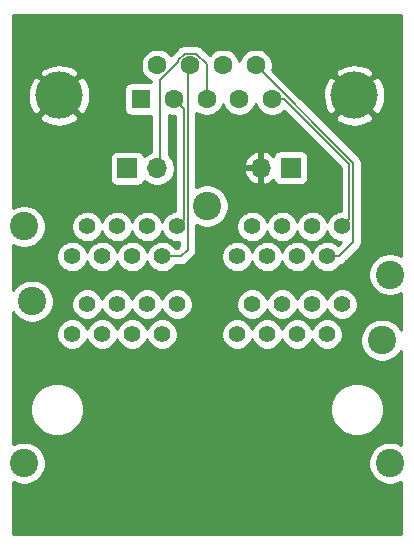
<source format=gbr>
%TF.GenerationSoftware,KiCad,Pcbnew,(5.1.10-1-10_14)*%
%TF.CreationDate,2021-06-16T23:36:24-07:00*%
%TF.ProjectId,XDS-QuadAES-Studiohub,5844532d-5175-4616-9441-45532d537475,rev?*%
%TF.SameCoordinates,Original*%
%TF.FileFunction,Copper,L1,Top*%
%TF.FilePolarity,Positive*%
%FSLAX46Y46*%
G04 Gerber Fmt 4.6, Leading zero omitted, Abs format (unit mm)*
G04 Created by KiCad (PCBNEW (5.1.10-1-10_14)) date 2021-06-16 23:36:24*
%MOMM*%
%LPD*%
G01*
G04 APERTURE LIST*
%TA.AperFunction,ComponentPad*%
%ADD10C,1.398000*%
%TD*%
%TA.AperFunction,ComponentPad*%
%ADD11C,2.400000*%
%TD*%
%TA.AperFunction,ComponentPad*%
%ADD12O,1.700000X1.700000*%
%TD*%
%TA.AperFunction,ComponentPad*%
%ADD13R,1.700000X1.700000*%
%TD*%
%TA.AperFunction,ComponentPad*%
%ADD14R,1.600000X1.600000*%
%TD*%
%TA.AperFunction,ComponentPad*%
%ADD15C,1.600000*%
%TD*%
%TA.AperFunction,ComponentPad*%
%ADD16C,4.000000*%
%TD*%
%TA.AperFunction,Conductor*%
%ADD17C,0.200000*%
%TD*%
%TA.AperFunction,Conductor*%
%ADD18C,0.254000*%
%TD*%
%TA.AperFunction,Conductor*%
%ADD19C,0.100000*%
%TD*%
G04 APERTURE END LIST*
D10*
%TO.P,J1,D2*%
%TO.N,Net-(J1-PadD2)*%
X-85041159Y-93259961D03*
%TO.P,J1,D4*%
%TO.N,N/C*%
X-82501159Y-93259961D03*
%TO.P,J1,D6*%
X-79961159Y-93259961D03*
%TO.P,J1,D8*%
X-77421159Y-93259961D03*
%TO.P,J1,D7*%
X-78691159Y-95799961D03*
%TO.P,J1,D5*%
X-81231159Y-95799961D03*
%TO.P,J1,D3*%
X-83771159Y-95799961D03*
%TO.P,J1,D1*%
%TO.N,Net-(J1-PadD1)*%
X-86311159Y-95799961D03*
D11*
%TO.P,J1,S1*%
%TO.N,Net-(J1-PadS1)*%
X-90376159Y-106719961D03*
D10*
%TO.P,J1,A7*%
%TO.N,N/C*%
X-85041159Y-86679961D03*
%TO.P,J1,A5*%
X-82501159Y-86679961D03*
%TO.P,J1,A3*%
X-79961159Y-86679961D03*
%TO.P,J1,A1*%
%TO.N,Net-(J1-PadA1)*%
X-77421159Y-86679961D03*
%TO.P,J1,A2*%
%TO.N,Net-(J1-PadA2)*%
X-78691159Y-89219961D03*
%TO.P,J1,A4*%
%TO.N,N/C*%
X-81231159Y-89219961D03*
%TO.P,J1,A6*%
X-83771159Y-89219961D03*
%TO.P,J1,A8*%
X-86311159Y-89219961D03*
D11*
%TO.P,J1,S3*%
%TO.N,Net-(J1-PadS1)*%
X-90376159Y-86679961D03*
%TO.P,J1,S2*%
X-89701159Y-93009961D03*
D10*
%TO.P,J1,C2*%
%TO.N,Net-(J1-PadC2)*%
X-71071159Y-93259961D03*
%TO.P,J1,C4*%
%TO.N,N/C*%
X-68531159Y-93259961D03*
%TO.P,J1,C6*%
X-65991159Y-93259961D03*
%TO.P,J1,C8*%
X-63451159Y-93259961D03*
%TO.P,J1,C7*%
X-64721159Y-95799961D03*
%TO.P,J1,C5*%
X-67261159Y-95799961D03*
%TO.P,J1,C3*%
X-69801159Y-95799961D03*
%TO.P,J1,C1*%
%TO.N,Net-(J1-PadC1)*%
X-72341159Y-95799961D03*
D11*
%TO.P,J1,S7*%
%TO.N,Net-(J1-PadS1)*%
X-59386159Y-106719961D03*
D10*
%TO.P,J1,B7*%
%TO.N,N/C*%
X-71071159Y-86679961D03*
%TO.P,J1,B5*%
X-68531159Y-86679961D03*
%TO.P,J1,B3*%
X-65991159Y-86679961D03*
%TO.P,J1,B1*%
%TO.N,Net-(J1-PadB1)*%
X-63451159Y-86679961D03*
%TO.P,J1,B2*%
%TO.N,Net-(J1-PadB2)*%
X-64721159Y-89219961D03*
%TO.P,J1,B4*%
%TO.N,N/C*%
X-67261159Y-89219961D03*
%TO.P,J1,B6*%
X-69801159Y-89219961D03*
%TO.P,J1,B8*%
X-72341159Y-89219961D03*
D11*
%TO.P,J1,S6*%
%TO.N,Net-(J1-PadS1)*%
X-60061159Y-96309961D03*
%TO.P,J1,S5*%
X-59386159Y-90749961D03*
%TO.P,J1,S4*%
X-74881159Y-84949961D03*
%TD*%
D12*
%TO.P,JP1,2*%
%TO.N,Net-(J2-Pad3)*%
X-79105760Y-81767680D03*
D13*
%TO.P,JP1,1*%
%TO.N,Net-(J1-PadS1)*%
X-81645760Y-81767680D03*
%TD*%
%TO.P,JP2,1*%
%TO.N,Net-(J1-PadS1)*%
X-67802760Y-81706720D03*
D12*
%TO.P,JP2,2*%
%TO.N,Net-(J2-Pad0)*%
X-70342760Y-81706720D03*
%TD*%
D14*
%TO.P,J2,1*%
%TO.N,Net-(J1-PadD1)*%
X-80462120Y-75885040D03*
D15*
%TO.P,J2,2*%
%TO.N,Net-(J1-PadA1)*%
X-77692120Y-75885040D03*
%TO.P,J2,3*%
%TO.N,Net-(J2-Pad3)*%
X-74922120Y-75885040D03*
%TO.P,J2,4*%
%TO.N,Net-(J1-PadC1)*%
X-72152120Y-75885040D03*
%TO.P,J2,5*%
%TO.N,Net-(J1-PadB1)*%
X-69382120Y-75885040D03*
%TO.P,J2,6*%
%TO.N,Net-(J1-PadD2)*%
X-79077120Y-73045040D03*
%TO.P,J2,7*%
%TO.N,Net-(J1-PadA2)*%
X-76307120Y-73045040D03*
%TO.P,J2,8*%
%TO.N,Net-(J1-PadC2)*%
X-73537120Y-73045040D03*
%TO.P,J2,9*%
%TO.N,Net-(J1-PadB2)*%
X-70767120Y-73045040D03*
D16*
%TO.P,J2,0*%
%TO.N,Net-(J2-Pad0)*%
X-62422120Y-75585040D03*
X-87422120Y-75585040D03*
%TD*%
D17*
%TO.N,Net-(J1-PadA1)*%
X-76829920Y-76747240D02*
X-77692120Y-75885040D01*
X-76829920Y-86088722D02*
X-76829920Y-76747240D01*
X-77421159Y-86679961D02*
X-76829920Y-86088722D01*
%TO.N,Net-(J1-PadA2)*%
X-76520040Y-88660844D02*
X-76520040Y-73257960D01*
X-77079157Y-89219961D02*
X-76520040Y-88660844D01*
X-76520040Y-73257960D02*
X-76307120Y-73045040D01*
X-78691159Y-89219961D02*
X-77079157Y-89219961D01*
%TO.N,Net-(J1-PadB1)*%
X-68371720Y-75885040D02*
X-69382120Y-75885040D01*
X-62834520Y-81422240D02*
X-68371720Y-75885040D01*
X-63451159Y-86679961D02*
X-62834520Y-86063322D01*
X-62834520Y-86063322D02*
X-62834520Y-81422240D01*
%TO.N,Net-(J1-PadB2)*%
X-64721159Y-89219961D02*
X-63732624Y-89219961D01*
X-63732624Y-89219961D02*
X-62534509Y-88021846D01*
X-62534509Y-88021846D02*
X-62534509Y-81277651D01*
X-62534509Y-81277651D02*
X-70767120Y-73045040D01*
%TO.N,Net-(J2-Pad3)*%
X-74922120Y-72950038D02*
X-74922120Y-75885040D01*
X-75827119Y-72045039D02*
X-74922120Y-72950038D01*
X-76787121Y-72045039D02*
X-75827119Y-72045039D01*
X-79105760Y-81767680D02*
X-78867000Y-81528920D01*
X-77307121Y-72755043D02*
X-77307121Y-72565039D01*
X-77307121Y-72565039D02*
X-76787121Y-72045039D01*
X-78867000Y-74314922D02*
X-77307121Y-72755043D01*
X-78867000Y-81528920D02*
X-78867000Y-74314922D01*
%TD*%
D18*
%TO.N,Net-(J2-Pad0)*%
X-58445000Y-89171888D02*
X-58516960Y-89123805D01*
X-58850909Y-88985479D01*
X-59205427Y-88914961D01*
X-59566891Y-88914961D01*
X-59921409Y-88985479D01*
X-60255358Y-89123805D01*
X-60555903Y-89324623D01*
X-60811497Y-89580217D01*
X-61012315Y-89880762D01*
X-61150641Y-90214711D01*
X-61221159Y-90569229D01*
X-61221159Y-90930693D01*
X-61150641Y-91285211D01*
X-61012315Y-91619160D01*
X-60811497Y-91919705D01*
X-60555903Y-92175299D01*
X-60255358Y-92376117D01*
X-59921409Y-92514443D01*
X-59566891Y-92584961D01*
X-59205427Y-92584961D01*
X-58850909Y-92514443D01*
X-58516960Y-92376117D01*
X-58445000Y-92328035D01*
X-58445000Y-95425801D01*
X-58635821Y-95140217D01*
X-58891415Y-94884623D01*
X-59191960Y-94683805D01*
X-59525909Y-94545479D01*
X-59880427Y-94474961D01*
X-60241891Y-94474961D01*
X-60596409Y-94545479D01*
X-60930358Y-94683805D01*
X-61230903Y-94884623D01*
X-61486497Y-95140217D01*
X-61687315Y-95440762D01*
X-61825641Y-95774711D01*
X-61896159Y-96129229D01*
X-61896159Y-96490693D01*
X-61825641Y-96845211D01*
X-61687315Y-97179160D01*
X-61486497Y-97479705D01*
X-61230903Y-97735299D01*
X-60930358Y-97936117D01*
X-60596409Y-98074443D01*
X-60241891Y-98144961D01*
X-59880427Y-98144961D01*
X-59525909Y-98074443D01*
X-59191960Y-97936117D01*
X-58891415Y-97735299D01*
X-58635821Y-97479705D01*
X-58445000Y-97194121D01*
X-58445000Y-105141887D01*
X-58516960Y-105093805D01*
X-58850909Y-104955479D01*
X-59205427Y-104884961D01*
X-59566891Y-104884961D01*
X-59921409Y-104955479D01*
X-60255358Y-105093805D01*
X-60555903Y-105294623D01*
X-60811497Y-105550217D01*
X-61012315Y-105850762D01*
X-61150641Y-106184711D01*
X-61221159Y-106539229D01*
X-61221159Y-106900693D01*
X-61150641Y-107255211D01*
X-61012315Y-107589160D01*
X-60811497Y-107889705D01*
X-60555903Y-108145299D01*
X-60255358Y-108346117D01*
X-59921409Y-108484443D01*
X-59566891Y-108554961D01*
X-59205427Y-108554961D01*
X-58850909Y-108484443D01*
X-58516960Y-108346117D01*
X-58445000Y-108298035D01*
X-58445000Y-108298582D01*
X-58444999Y-112751000D01*
X-91288000Y-112751000D01*
X-91288000Y-108317624D01*
X-91245358Y-108346117D01*
X-90911409Y-108484443D01*
X-90556891Y-108554961D01*
X-90195427Y-108554961D01*
X-89840909Y-108484443D01*
X-89506960Y-108346117D01*
X-89206415Y-108145299D01*
X-88950821Y-107889705D01*
X-88750003Y-107589160D01*
X-88611677Y-107255211D01*
X-88541159Y-106900693D01*
X-88541159Y-106539229D01*
X-88611677Y-106184711D01*
X-88750003Y-105850762D01*
X-88950821Y-105550217D01*
X-89206415Y-105294623D01*
X-89506960Y-105093805D01*
X-89840909Y-104955479D01*
X-90195427Y-104884961D01*
X-90556891Y-104884961D01*
X-90911409Y-104955479D01*
X-91245358Y-105093805D01*
X-91288000Y-105122298D01*
X-91288000Y-101927370D01*
X-89841159Y-101927370D01*
X-89841159Y-102372552D01*
X-89754308Y-102809179D01*
X-89583945Y-103220472D01*
X-89336615Y-103590627D01*
X-89021825Y-103905417D01*
X-88651670Y-104152747D01*
X-88240377Y-104323110D01*
X-87803750Y-104409961D01*
X-87358568Y-104409961D01*
X-86921941Y-104323110D01*
X-86510648Y-104152747D01*
X-86140493Y-103905417D01*
X-85825703Y-103590627D01*
X-85578373Y-103220472D01*
X-85408010Y-102809179D01*
X-85321159Y-102372552D01*
X-85321159Y-101927370D01*
X-64441159Y-101927370D01*
X-64441159Y-102372552D01*
X-64354308Y-102809179D01*
X-64183945Y-103220472D01*
X-63936615Y-103590627D01*
X-63621825Y-103905417D01*
X-63251670Y-104152747D01*
X-62840377Y-104323110D01*
X-62403750Y-104409961D01*
X-61958568Y-104409961D01*
X-61521941Y-104323110D01*
X-61110648Y-104152747D01*
X-60740493Y-103905417D01*
X-60425703Y-103590627D01*
X-60178373Y-103220472D01*
X-60008010Y-102809179D01*
X-59921159Y-102372552D01*
X-59921159Y-101927370D01*
X-60008010Y-101490743D01*
X-60178373Y-101079450D01*
X-60425703Y-100709295D01*
X-60740493Y-100394505D01*
X-61110648Y-100147175D01*
X-61521941Y-99976812D01*
X-61958568Y-99889961D01*
X-62403750Y-99889961D01*
X-62840377Y-99976812D01*
X-63251670Y-100147175D01*
X-63621825Y-100394505D01*
X-63936615Y-100709295D01*
X-64183945Y-101079450D01*
X-64354308Y-101490743D01*
X-64441159Y-101927370D01*
X-85321159Y-101927370D01*
X-85408010Y-101490743D01*
X-85578373Y-101079450D01*
X-85825703Y-100709295D01*
X-86140493Y-100394505D01*
X-86510648Y-100147175D01*
X-86921941Y-99976812D01*
X-87358568Y-99889961D01*
X-87803750Y-99889961D01*
X-88240377Y-99976812D01*
X-88651670Y-100147175D01*
X-89021825Y-100394505D01*
X-89336615Y-100709295D01*
X-89583945Y-101079450D01*
X-89754308Y-101490743D01*
X-89841159Y-101927370D01*
X-91288000Y-101927370D01*
X-91288000Y-95668573D01*
X-87645159Y-95668573D01*
X-87645159Y-95931349D01*
X-87593894Y-96189075D01*
X-87493335Y-96431847D01*
X-87347345Y-96650337D01*
X-87161535Y-96836147D01*
X-86943045Y-96982137D01*
X-86700273Y-97082696D01*
X-86442547Y-97133961D01*
X-86179771Y-97133961D01*
X-85922045Y-97082696D01*
X-85679273Y-96982137D01*
X-85460783Y-96836147D01*
X-85274973Y-96650337D01*
X-85128983Y-96431847D01*
X-85041159Y-96219820D01*
X-84953335Y-96431847D01*
X-84807345Y-96650337D01*
X-84621535Y-96836147D01*
X-84403045Y-96982137D01*
X-84160273Y-97082696D01*
X-83902547Y-97133961D01*
X-83639771Y-97133961D01*
X-83382045Y-97082696D01*
X-83139273Y-96982137D01*
X-82920783Y-96836147D01*
X-82734973Y-96650337D01*
X-82588983Y-96431847D01*
X-82501159Y-96219820D01*
X-82413335Y-96431847D01*
X-82267345Y-96650337D01*
X-82081535Y-96836147D01*
X-81863045Y-96982137D01*
X-81620273Y-97082696D01*
X-81362547Y-97133961D01*
X-81099771Y-97133961D01*
X-80842045Y-97082696D01*
X-80599273Y-96982137D01*
X-80380783Y-96836147D01*
X-80194973Y-96650337D01*
X-80048983Y-96431847D01*
X-79961159Y-96219820D01*
X-79873335Y-96431847D01*
X-79727345Y-96650337D01*
X-79541535Y-96836147D01*
X-79323045Y-96982137D01*
X-79080273Y-97082696D01*
X-78822547Y-97133961D01*
X-78559771Y-97133961D01*
X-78302045Y-97082696D01*
X-78059273Y-96982137D01*
X-77840783Y-96836147D01*
X-77654973Y-96650337D01*
X-77508983Y-96431847D01*
X-77408424Y-96189075D01*
X-77357159Y-95931349D01*
X-77357159Y-95668573D01*
X-73675159Y-95668573D01*
X-73675159Y-95931349D01*
X-73623894Y-96189075D01*
X-73523335Y-96431847D01*
X-73377345Y-96650337D01*
X-73191535Y-96836147D01*
X-72973045Y-96982137D01*
X-72730273Y-97082696D01*
X-72472547Y-97133961D01*
X-72209771Y-97133961D01*
X-71952045Y-97082696D01*
X-71709273Y-96982137D01*
X-71490783Y-96836147D01*
X-71304973Y-96650337D01*
X-71158983Y-96431847D01*
X-71071159Y-96219820D01*
X-70983335Y-96431847D01*
X-70837345Y-96650337D01*
X-70651535Y-96836147D01*
X-70433045Y-96982137D01*
X-70190273Y-97082696D01*
X-69932547Y-97133961D01*
X-69669771Y-97133961D01*
X-69412045Y-97082696D01*
X-69169273Y-96982137D01*
X-68950783Y-96836147D01*
X-68764973Y-96650337D01*
X-68618983Y-96431847D01*
X-68531159Y-96219820D01*
X-68443335Y-96431847D01*
X-68297345Y-96650337D01*
X-68111535Y-96836147D01*
X-67893045Y-96982137D01*
X-67650273Y-97082696D01*
X-67392547Y-97133961D01*
X-67129771Y-97133961D01*
X-66872045Y-97082696D01*
X-66629273Y-96982137D01*
X-66410783Y-96836147D01*
X-66224973Y-96650337D01*
X-66078983Y-96431847D01*
X-65991159Y-96219820D01*
X-65903335Y-96431847D01*
X-65757345Y-96650337D01*
X-65571535Y-96836147D01*
X-65353045Y-96982137D01*
X-65110273Y-97082696D01*
X-64852547Y-97133961D01*
X-64589771Y-97133961D01*
X-64332045Y-97082696D01*
X-64089273Y-96982137D01*
X-63870783Y-96836147D01*
X-63684973Y-96650337D01*
X-63538983Y-96431847D01*
X-63438424Y-96189075D01*
X-63387159Y-95931349D01*
X-63387159Y-95668573D01*
X-63438424Y-95410847D01*
X-63538983Y-95168075D01*
X-63684973Y-94949585D01*
X-63870783Y-94763775D01*
X-64089273Y-94617785D01*
X-64332045Y-94517226D01*
X-64589771Y-94465961D01*
X-64852547Y-94465961D01*
X-65110273Y-94517226D01*
X-65353045Y-94617785D01*
X-65571535Y-94763775D01*
X-65757345Y-94949585D01*
X-65903335Y-95168075D01*
X-65991159Y-95380102D01*
X-66078983Y-95168075D01*
X-66224973Y-94949585D01*
X-66410783Y-94763775D01*
X-66629273Y-94617785D01*
X-66872045Y-94517226D01*
X-67129771Y-94465961D01*
X-67392547Y-94465961D01*
X-67650273Y-94517226D01*
X-67893045Y-94617785D01*
X-68111535Y-94763775D01*
X-68297345Y-94949585D01*
X-68443335Y-95168075D01*
X-68531159Y-95380102D01*
X-68618983Y-95168075D01*
X-68764973Y-94949585D01*
X-68950783Y-94763775D01*
X-69169273Y-94617785D01*
X-69412045Y-94517226D01*
X-69669771Y-94465961D01*
X-69932547Y-94465961D01*
X-70190273Y-94517226D01*
X-70433045Y-94617785D01*
X-70651535Y-94763775D01*
X-70837345Y-94949585D01*
X-70983335Y-95168075D01*
X-71071159Y-95380102D01*
X-71158983Y-95168075D01*
X-71304973Y-94949585D01*
X-71490783Y-94763775D01*
X-71709273Y-94617785D01*
X-71952045Y-94517226D01*
X-72209771Y-94465961D01*
X-72472547Y-94465961D01*
X-72730273Y-94517226D01*
X-72973045Y-94617785D01*
X-73191535Y-94763775D01*
X-73377345Y-94949585D01*
X-73523335Y-95168075D01*
X-73623894Y-95410847D01*
X-73675159Y-95668573D01*
X-77357159Y-95668573D01*
X-77408424Y-95410847D01*
X-77508983Y-95168075D01*
X-77654973Y-94949585D01*
X-77840783Y-94763775D01*
X-78059273Y-94617785D01*
X-78302045Y-94517226D01*
X-78559771Y-94465961D01*
X-78822547Y-94465961D01*
X-79080273Y-94517226D01*
X-79323045Y-94617785D01*
X-79541535Y-94763775D01*
X-79727345Y-94949585D01*
X-79873335Y-95168075D01*
X-79961159Y-95380102D01*
X-80048983Y-95168075D01*
X-80194973Y-94949585D01*
X-80380783Y-94763775D01*
X-80599273Y-94617785D01*
X-80842045Y-94517226D01*
X-81099771Y-94465961D01*
X-81362547Y-94465961D01*
X-81620273Y-94517226D01*
X-81863045Y-94617785D01*
X-82081535Y-94763775D01*
X-82267345Y-94949585D01*
X-82413335Y-95168075D01*
X-82501159Y-95380102D01*
X-82588983Y-95168075D01*
X-82734973Y-94949585D01*
X-82920783Y-94763775D01*
X-83139273Y-94617785D01*
X-83382045Y-94517226D01*
X-83639771Y-94465961D01*
X-83902547Y-94465961D01*
X-84160273Y-94517226D01*
X-84403045Y-94617785D01*
X-84621535Y-94763775D01*
X-84807345Y-94949585D01*
X-84953335Y-95168075D01*
X-85041159Y-95380102D01*
X-85128983Y-95168075D01*
X-85274973Y-94949585D01*
X-85460783Y-94763775D01*
X-85679273Y-94617785D01*
X-85922045Y-94517226D01*
X-86179771Y-94465961D01*
X-86442547Y-94465961D01*
X-86700273Y-94517226D01*
X-86943045Y-94617785D01*
X-87161535Y-94763775D01*
X-87347345Y-94949585D01*
X-87493335Y-95168075D01*
X-87593894Y-95410847D01*
X-87645159Y-95668573D01*
X-91288000Y-95668573D01*
X-91288000Y-93937999D01*
X-91126497Y-94179705D01*
X-90870903Y-94435299D01*
X-90570358Y-94636117D01*
X-90236409Y-94774443D01*
X-89881891Y-94844961D01*
X-89520427Y-94844961D01*
X-89165909Y-94774443D01*
X-88831960Y-94636117D01*
X-88531415Y-94435299D01*
X-88275821Y-94179705D01*
X-88075003Y-93879160D01*
X-87936677Y-93545211D01*
X-87866159Y-93190693D01*
X-87866159Y-93128573D01*
X-86375159Y-93128573D01*
X-86375159Y-93391349D01*
X-86323894Y-93649075D01*
X-86223335Y-93891847D01*
X-86077345Y-94110337D01*
X-85891535Y-94296147D01*
X-85673045Y-94442137D01*
X-85430273Y-94542696D01*
X-85172547Y-94593961D01*
X-84909771Y-94593961D01*
X-84652045Y-94542696D01*
X-84409273Y-94442137D01*
X-84190783Y-94296147D01*
X-84004973Y-94110337D01*
X-83858983Y-93891847D01*
X-83771159Y-93679820D01*
X-83683335Y-93891847D01*
X-83537345Y-94110337D01*
X-83351535Y-94296147D01*
X-83133045Y-94442137D01*
X-82890273Y-94542696D01*
X-82632547Y-94593961D01*
X-82369771Y-94593961D01*
X-82112045Y-94542696D01*
X-81869273Y-94442137D01*
X-81650783Y-94296147D01*
X-81464973Y-94110337D01*
X-81318983Y-93891847D01*
X-81231159Y-93679820D01*
X-81143335Y-93891847D01*
X-80997345Y-94110337D01*
X-80811535Y-94296147D01*
X-80593045Y-94442137D01*
X-80350273Y-94542696D01*
X-80092547Y-94593961D01*
X-79829771Y-94593961D01*
X-79572045Y-94542696D01*
X-79329273Y-94442137D01*
X-79110783Y-94296147D01*
X-78924973Y-94110337D01*
X-78778983Y-93891847D01*
X-78691159Y-93679820D01*
X-78603335Y-93891847D01*
X-78457345Y-94110337D01*
X-78271535Y-94296147D01*
X-78053045Y-94442137D01*
X-77810273Y-94542696D01*
X-77552547Y-94593961D01*
X-77289771Y-94593961D01*
X-77032045Y-94542696D01*
X-76789273Y-94442137D01*
X-76570783Y-94296147D01*
X-76384973Y-94110337D01*
X-76238983Y-93891847D01*
X-76138424Y-93649075D01*
X-76087159Y-93391349D01*
X-76087159Y-93128573D01*
X-72405159Y-93128573D01*
X-72405159Y-93391349D01*
X-72353894Y-93649075D01*
X-72253335Y-93891847D01*
X-72107345Y-94110337D01*
X-71921535Y-94296147D01*
X-71703045Y-94442137D01*
X-71460273Y-94542696D01*
X-71202547Y-94593961D01*
X-70939771Y-94593961D01*
X-70682045Y-94542696D01*
X-70439273Y-94442137D01*
X-70220783Y-94296147D01*
X-70034973Y-94110337D01*
X-69888983Y-93891847D01*
X-69801159Y-93679820D01*
X-69713335Y-93891847D01*
X-69567345Y-94110337D01*
X-69381535Y-94296147D01*
X-69163045Y-94442137D01*
X-68920273Y-94542696D01*
X-68662547Y-94593961D01*
X-68399771Y-94593961D01*
X-68142045Y-94542696D01*
X-67899273Y-94442137D01*
X-67680783Y-94296147D01*
X-67494973Y-94110337D01*
X-67348983Y-93891847D01*
X-67261159Y-93679820D01*
X-67173335Y-93891847D01*
X-67027345Y-94110337D01*
X-66841535Y-94296147D01*
X-66623045Y-94442137D01*
X-66380273Y-94542696D01*
X-66122547Y-94593961D01*
X-65859771Y-94593961D01*
X-65602045Y-94542696D01*
X-65359273Y-94442137D01*
X-65140783Y-94296147D01*
X-64954973Y-94110337D01*
X-64808983Y-93891847D01*
X-64721159Y-93679820D01*
X-64633335Y-93891847D01*
X-64487345Y-94110337D01*
X-64301535Y-94296147D01*
X-64083045Y-94442137D01*
X-63840273Y-94542696D01*
X-63582547Y-94593961D01*
X-63319771Y-94593961D01*
X-63062045Y-94542696D01*
X-62819273Y-94442137D01*
X-62600783Y-94296147D01*
X-62414973Y-94110337D01*
X-62268983Y-93891847D01*
X-62168424Y-93649075D01*
X-62117159Y-93391349D01*
X-62117159Y-93128573D01*
X-62168424Y-92870847D01*
X-62268983Y-92628075D01*
X-62414973Y-92409585D01*
X-62600783Y-92223775D01*
X-62819273Y-92077785D01*
X-63062045Y-91977226D01*
X-63319771Y-91925961D01*
X-63582547Y-91925961D01*
X-63840273Y-91977226D01*
X-64083045Y-92077785D01*
X-64301535Y-92223775D01*
X-64487345Y-92409585D01*
X-64633335Y-92628075D01*
X-64721159Y-92840102D01*
X-64808983Y-92628075D01*
X-64954973Y-92409585D01*
X-65140783Y-92223775D01*
X-65359273Y-92077785D01*
X-65602045Y-91977226D01*
X-65859771Y-91925961D01*
X-66122547Y-91925961D01*
X-66380273Y-91977226D01*
X-66623045Y-92077785D01*
X-66841535Y-92223775D01*
X-67027345Y-92409585D01*
X-67173335Y-92628075D01*
X-67261159Y-92840102D01*
X-67348983Y-92628075D01*
X-67494973Y-92409585D01*
X-67680783Y-92223775D01*
X-67899273Y-92077785D01*
X-68142045Y-91977226D01*
X-68399771Y-91925961D01*
X-68662547Y-91925961D01*
X-68920273Y-91977226D01*
X-69163045Y-92077785D01*
X-69381535Y-92223775D01*
X-69567345Y-92409585D01*
X-69713335Y-92628075D01*
X-69801159Y-92840102D01*
X-69888983Y-92628075D01*
X-70034973Y-92409585D01*
X-70220783Y-92223775D01*
X-70439273Y-92077785D01*
X-70682045Y-91977226D01*
X-70939771Y-91925961D01*
X-71202547Y-91925961D01*
X-71460273Y-91977226D01*
X-71703045Y-92077785D01*
X-71921535Y-92223775D01*
X-72107345Y-92409585D01*
X-72253335Y-92628075D01*
X-72353894Y-92870847D01*
X-72405159Y-93128573D01*
X-76087159Y-93128573D01*
X-76138424Y-92870847D01*
X-76238983Y-92628075D01*
X-76384973Y-92409585D01*
X-76570783Y-92223775D01*
X-76789273Y-92077785D01*
X-77032045Y-91977226D01*
X-77289771Y-91925961D01*
X-77552547Y-91925961D01*
X-77810273Y-91977226D01*
X-78053045Y-92077785D01*
X-78271535Y-92223775D01*
X-78457345Y-92409585D01*
X-78603335Y-92628075D01*
X-78691159Y-92840102D01*
X-78778983Y-92628075D01*
X-78924973Y-92409585D01*
X-79110783Y-92223775D01*
X-79329273Y-92077785D01*
X-79572045Y-91977226D01*
X-79829771Y-91925961D01*
X-80092547Y-91925961D01*
X-80350273Y-91977226D01*
X-80593045Y-92077785D01*
X-80811535Y-92223775D01*
X-80997345Y-92409585D01*
X-81143335Y-92628075D01*
X-81231159Y-92840102D01*
X-81318983Y-92628075D01*
X-81464973Y-92409585D01*
X-81650783Y-92223775D01*
X-81869273Y-92077785D01*
X-82112045Y-91977226D01*
X-82369771Y-91925961D01*
X-82632547Y-91925961D01*
X-82890273Y-91977226D01*
X-83133045Y-92077785D01*
X-83351535Y-92223775D01*
X-83537345Y-92409585D01*
X-83683335Y-92628075D01*
X-83771159Y-92840102D01*
X-83858983Y-92628075D01*
X-84004973Y-92409585D01*
X-84190783Y-92223775D01*
X-84409273Y-92077785D01*
X-84652045Y-91977226D01*
X-84909771Y-91925961D01*
X-85172547Y-91925961D01*
X-85430273Y-91977226D01*
X-85673045Y-92077785D01*
X-85891535Y-92223775D01*
X-86077345Y-92409585D01*
X-86223335Y-92628075D01*
X-86323894Y-92870847D01*
X-86375159Y-93128573D01*
X-87866159Y-93128573D01*
X-87866159Y-92829229D01*
X-87936677Y-92474711D01*
X-88075003Y-92140762D01*
X-88275821Y-91840217D01*
X-88531415Y-91584623D01*
X-88831960Y-91383805D01*
X-89165909Y-91245479D01*
X-89520427Y-91174961D01*
X-89881891Y-91174961D01*
X-90236409Y-91245479D01*
X-90570358Y-91383805D01*
X-90870903Y-91584623D01*
X-91126497Y-91840217D01*
X-91288000Y-92081923D01*
X-91288000Y-89088573D01*
X-87645159Y-89088573D01*
X-87645159Y-89351349D01*
X-87593894Y-89609075D01*
X-87493335Y-89851847D01*
X-87347345Y-90070337D01*
X-87161535Y-90256147D01*
X-86943045Y-90402137D01*
X-86700273Y-90502696D01*
X-86442547Y-90553961D01*
X-86179771Y-90553961D01*
X-85922045Y-90502696D01*
X-85679273Y-90402137D01*
X-85460783Y-90256147D01*
X-85274973Y-90070337D01*
X-85128983Y-89851847D01*
X-85041159Y-89639820D01*
X-84953335Y-89851847D01*
X-84807345Y-90070337D01*
X-84621535Y-90256147D01*
X-84403045Y-90402137D01*
X-84160273Y-90502696D01*
X-83902547Y-90553961D01*
X-83639771Y-90553961D01*
X-83382045Y-90502696D01*
X-83139273Y-90402137D01*
X-82920783Y-90256147D01*
X-82734973Y-90070337D01*
X-82588983Y-89851847D01*
X-82501159Y-89639820D01*
X-82413335Y-89851847D01*
X-82267345Y-90070337D01*
X-82081535Y-90256147D01*
X-81863045Y-90402137D01*
X-81620273Y-90502696D01*
X-81362547Y-90553961D01*
X-81099771Y-90553961D01*
X-80842045Y-90502696D01*
X-80599273Y-90402137D01*
X-80380783Y-90256147D01*
X-80194973Y-90070337D01*
X-80048983Y-89851847D01*
X-79961159Y-89639820D01*
X-79873335Y-89851847D01*
X-79727345Y-90070337D01*
X-79541535Y-90256147D01*
X-79323045Y-90402137D01*
X-79080273Y-90502696D01*
X-78822547Y-90553961D01*
X-78559771Y-90553961D01*
X-78302045Y-90502696D01*
X-78059273Y-90402137D01*
X-77840783Y-90256147D01*
X-77654973Y-90070337D01*
X-77577881Y-89954961D01*
X-77115262Y-89954961D01*
X-77079157Y-89958517D01*
X-77043052Y-89954961D01*
X-76935072Y-89944326D01*
X-76796524Y-89902298D01*
X-76668837Y-89834048D01*
X-76556919Y-89742199D01*
X-76533899Y-89714149D01*
X-76025843Y-89206094D01*
X-75997803Y-89183082D01*
X-75974790Y-89155041D01*
X-75974787Y-89155038D01*
X-75949155Y-89123805D01*
X-75905953Y-89071164D01*
X-75837703Y-88943477D01*
X-75795675Y-88804929D01*
X-75785040Y-88696949D01*
X-75785040Y-88696948D01*
X-75781484Y-88660844D01*
X-75785040Y-88624739D01*
X-75785040Y-86552943D01*
X-75750358Y-86576117D01*
X-75416409Y-86714443D01*
X-75061891Y-86784961D01*
X-74700427Y-86784961D01*
X-74345909Y-86714443D01*
X-74011960Y-86576117D01*
X-73711415Y-86375299D01*
X-73455821Y-86119705D01*
X-73255003Y-85819160D01*
X-73116677Y-85485211D01*
X-73046159Y-85130693D01*
X-73046159Y-84769229D01*
X-73116677Y-84414711D01*
X-73255003Y-84080762D01*
X-73455821Y-83780217D01*
X-73711415Y-83524623D01*
X-74011960Y-83323805D01*
X-74345909Y-83185479D01*
X-74700427Y-83114961D01*
X-75061891Y-83114961D01*
X-75416409Y-83185479D01*
X-75750358Y-83323805D01*
X-75785040Y-83346979D01*
X-75785040Y-82063611D01*
X-71784241Y-82063611D01*
X-71686917Y-82337972D01*
X-71537938Y-82588075D01*
X-71343029Y-82804308D01*
X-71109680Y-82978361D01*
X-70846859Y-83103545D01*
X-70699650Y-83148196D01*
X-70469760Y-83026875D01*
X-70469760Y-81833720D01*
X-71663574Y-81833720D01*
X-71784241Y-82063611D01*
X-75785040Y-82063611D01*
X-75785040Y-81349829D01*
X-71784241Y-81349829D01*
X-71663574Y-81579720D01*
X-70469760Y-81579720D01*
X-70469760Y-80386565D01*
X-70215760Y-80386565D01*
X-70215760Y-81579720D01*
X-70195760Y-81579720D01*
X-70195760Y-81833720D01*
X-70215760Y-81833720D01*
X-70215760Y-83026875D01*
X-69985870Y-83148196D01*
X-69838661Y-83103545D01*
X-69575840Y-82978361D01*
X-69342491Y-82804308D01*
X-69266726Y-82720254D01*
X-69242262Y-82800900D01*
X-69183297Y-82911214D01*
X-69103945Y-83007905D01*
X-69007254Y-83087257D01*
X-68896940Y-83146222D01*
X-68777242Y-83182532D01*
X-68652760Y-83194792D01*
X-66952760Y-83194792D01*
X-66828278Y-83182532D01*
X-66708580Y-83146222D01*
X-66598266Y-83087257D01*
X-66501575Y-83007905D01*
X-66422223Y-82911214D01*
X-66363258Y-82800900D01*
X-66326948Y-82681202D01*
X-66314688Y-82556720D01*
X-66314688Y-80856720D01*
X-66326948Y-80732238D01*
X-66363258Y-80612540D01*
X-66422223Y-80502226D01*
X-66501575Y-80405535D01*
X-66598266Y-80326183D01*
X-66708580Y-80267218D01*
X-66828278Y-80230908D01*
X-66952760Y-80218648D01*
X-68652760Y-80218648D01*
X-68777242Y-80230908D01*
X-68896940Y-80267218D01*
X-69007254Y-80326183D01*
X-69103945Y-80405535D01*
X-69183297Y-80502226D01*
X-69242262Y-80612540D01*
X-69266726Y-80693186D01*
X-69342491Y-80609132D01*
X-69575840Y-80435079D01*
X-69838661Y-80309895D01*
X-69985870Y-80265244D01*
X-70215760Y-80386565D01*
X-70469760Y-80386565D01*
X-70699650Y-80265244D01*
X-70846859Y-80309895D01*
X-71109680Y-80435079D01*
X-71343029Y-80609132D01*
X-71537938Y-80825365D01*
X-71686917Y-81075468D01*
X-71784241Y-81349829D01*
X-75785040Y-81349829D01*
X-75785040Y-77034315D01*
X-75601847Y-77156720D01*
X-75340694Y-77264893D01*
X-75063455Y-77320040D01*
X-74780785Y-77320040D01*
X-74503546Y-77264893D01*
X-74242393Y-77156720D01*
X-74007361Y-76999677D01*
X-73807483Y-76799799D01*
X-73650440Y-76564767D01*
X-73542267Y-76303614D01*
X-73537120Y-76277739D01*
X-73531973Y-76303614D01*
X-73423800Y-76564767D01*
X-73266757Y-76799799D01*
X-73066879Y-76999677D01*
X-72831847Y-77156720D01*
X-72570694Y-77264893D01*
X-72293455Y-77320040D01*
X-72010785Y-77320040D01*
X-71733546Y-77264893D01*
X-71472393Y-77156720D01*
X-71237361Y-76999677D01*
X-71037483Y-76799799D01*
X-70880440Y-76564767D01*
X-70772267Y-76303614D01*
X-70767120Y-76277739D01*
X-70761973Y-76303614D01*
X-70653800Y-76564767D01*
X-70496757Y-76799799D01*
X-70296879Y-76999677D01*
X-70061847Y-77156720D01*
X-69800694Y-77264893D01*
X-69523455Y-77320040D01*
X-69240785Y-77320040D01*
X-68963546Y-77264893D01*
X-68702393Y-77156720D01*
X-68467361Y-76999677D01*
X-68381945Y-76914261D01*
X-63569519Y-81726688D01*
X-63569520Y-85345961D01*
X-63582547Y-85345961D01*
X-63840273Y-85397226D01*
X-64083045Y-85497785D01*
X-64301535Y-85643775D01*
X-64487345Y-85829585D01*
X-64633335Y-86048075D01*
X-64721159Y-86260102D01*
X-64808983Y-86048075D01*
X-64954973Y-85829585D01*
X-65140783Y-85643775D01*
X-65359273Y-85497785D01*
X-65602045Y-85397226D01*
X-65859771Y-85345961D01*
X-66122547Y-85345961D01*
X-66380273Y-85397226D01*
X-66623045Y-85497785D01*
X-66841535Y-85643775D01*
X-67027345Y-85829585D01*
X-67173335Y-86048075D01*
X-67261159Y-86260102D01*
X-67348983Y-86048075D01*
X-67494973Y-85829585D01*
X-67680783Y-85643775D01*
X-67899273Y-85497785D01*
X-68142045Y-85397226D01*
X-68399771Y-85345961D01*
X-68662547Y-85345961D01*
X-68920273Y-85397226D01*
X-69163045Y-85497785D01*
X-69381535Y-85643775D01*
X-69567345Y-85829585D01*
X-69713335Y-86048075D01*
X-69801159Y-86260102D01*
X-69888983Y-86048075D01*
X-70034973Y-85829585D01*
X-70220783Y-85643775D01*
X-70439273Y-85497785D01*
X-70682045Y-85397226D01*
X-70939771Y-85345961D01*
X-71202547Y-85345961D01*
X-71460273Y-85397226D01*
X-71703045Y-85497785D01*
X-71921535Y-85643775D01*
X-72107345Y-85829585D01*
X-72253335Y-86048075D01*
X-72353894Y-86290847D01*
X-72405159Y-86548573D01*
X-72405159Y-86811349D01*
X-72353894Y-87069075D01*
X-72253335Y-87311847D01*
X-72107345Y-87530337D01*
X-71921535Y-87716147D01*
X-71703045Y-87862137D01*
X-71460273Y-87962696D01*
X-71202547Y-88013961D01*
X-70939771Y-88013961D01*
X-70682045Y-87962696D01*
X-70439273Y-87862137D01*
X-70220783Y-87716147D01*
X-70034973Y-87530337D01*
X-69888983Y-87311847D01*
X-69801159Y-87099820D01*
X-69713335Y-87311847D01*
X-69567345Y-87530337D01*
X-69381535Y-87716147D01*
X-69163045Y-87862137D01*
X-68920273Y-87962696D01*
X-68662547Y-88013961D01*
X-68399771Y-88013961D01*
X-68142045Y-87962696D01*
X-67899273Y-87862137D01*
X-67680783Y-87716147D01*
X-67494973Y-87530337D01*
X-67348983Y-87311847D01*
X-67261159Y-87099820D01*
X-67173335Y-87311847D01*
X-67027345Y-87530337D01*
X-66841535Y-87716147D01*
X-66623045Y-87862137D01*
X-66380273Y-87962696D01*
X-66122547Y-88013961D01*
X-65859771Y-88013961D01*
X-65602045Y-87962696D01*
X-65359273Y-87862137D01*
X-65140783Y-87716147D01*
X-64954973Y-87530337D01*
X-64808983Y-87311847D01*
X-64721159Y-87099820D01*
X-64633335Y-87311847D01*
X-64487345Y-87530337D01*
X-64301535Y-87716147D01*
X-64083045Y-87862137D01*
X-63840273Y-87962696D01*
X-63582547Y-88013961D01*
X-63566071Y-88013961D01*
X-63803334Y-88251224D01*
X-63870783Y-88183775D01*
X-64089273Y-88037785D01*
X-64332045Y-87937226D01*
X-64589771Y-87885961D01*
X-64852547Y-87885961D01*
X-65110273Y-87937226D01*
X-65353045Y-88037785D01*
X-65571535Y-88183775D01*
X-65757345Y-88369585D01*
X-65903335Y-88588075D01*
X-65991159Y-88800102D01*
X-66078983Y-88588075D01*
X-66224973Y-88369585D01*
X-66410783Y-88183775D01*
X-66629273Y-88037785D01*
X-66872045Y-87937226D01*
X-67129771Y-87885961D01*
X-67392547Y-87885961D01*
X-67650273Y-87937226D01*
X-67893045Y-88037785D01*
X-68111535Y-88183775D01*
X-68297345Y-88369585D01*
X-68443335Y-88588075D01*
X-68531159Y-88800102D01*
X-68618983Y-88588075D01*
X-68764973Y-88369585D01*
X-68950783Y-88183775D01*
X-69169273Y-88037785D01*
X-69412045Y-87937226D01*
X-69669771Y-87885961D01*
X-69932547Y-87885961D01*
X-70190273Y-87937226D01*
X-70433045Y-88037785D01*
X-70651535Y-88183775D01*
X-70837345Y-88369585D01*
X-70983335Y-88588075D01*
X-71071159Y-88800102D01*
X-71158983Y-88588075D01*
X-71304973Y-88369585D01*
X-71490783Y-88183775D01*
X-71709273Y-88037785D01*
X-71952045Y-87937226D01*
X-72209771Y-87885961D01*
X-72472547Y-87885961D01*
X-72730273Y-87937226D01*
X-72973045Y-88037785D01*
X-73191535Y-88183775D01*
X-73377345Y-88369585D01*
X-73523335Y-88588075D01*
X-73623894Y-88830847D01*
X-73675159Y-89088573D01*
X-73675159Y-89351349D01*
X-73623894Y-89609075D01*
X-73523335Y-89851847D01*
X-73377345Y-90070337D01*
X-73191535Y-90256147D01*
X-72973045Y-90402137D01*
X-72730273Y-90502696D01*
X-72472547Y-90553961D01*
X-72209771Y-90553961D01*
X-71952045Y-90502696D01*
X-71709273Y-90402137D01*
X-71490783Y-90256147D01*
X-71304973Y-90070337D01*
X-71158983Y-89851847D01*
X-71071159Y-89639820D01*
X-70983335Y-89851847D01*
X-70837345Y-90070337D01*
X-70651535Y-90256147D01*
X-70433045Y-90402137D01*
X-70190273Y-90502696D01*
X-69932547Y-90553961D01*
X-69669771Y-90553961D01*
X-69412045Y-90502696D01*
X-69169273Y-90402137D01*
X-68950783Y-90256147D01*
X-68764973Y-90070337D01*
X-68618983Y-89851847D01*
X-68531159Y-89639820D01*
X-68443335Y-89851847D01*
X-68297345Y-90070337D01*
X-68111535Y-90256147D01*
X-67893045Y-90402137D01*
X-67650273Y-90502696D01*
X-67392547Y-90553961D01*
X-67129771Y-90553961D01*
X-66872045Y-90502696D01*
X-66629273Y-90402137D01*
X-66410783Y-90256147D01*
X-66224973Y-90070337D01*
X-66078983Y-89851847D01*
X-65991159Y-89639820D01*
X-65903335Y-89851847D01*
X-65757345Y-90070337D01*
X-65571535Y-90256147D01*
X-65353045Y-90402137D01*
X-65110273Y-90502696D01*
X-64852547Y-90553961D01*
X-64589771Y-90553961D01*
X-64332045Y-90502696D01*
X-64089273Y-90402137D01*
X-63870783Y-90256147D01*
X-63684973Y-90070337D01*
X-63601637Y-89945616D01*
X-63588539Y-89944326D01*
X-63449991Y-89902298D01*
X-63322304Y-89834048D01*
X-63210386Y-89742199D01*
X-63187366Y-89714149D01*
X-62040312Y-88567096D01*
X-62012272Y-88544084D01*
X-61989259Y-88516043D01*
X-61989256Y-88516040D01*
X-61920423Y-88432167D01*
X-61920422Y-88432166D01*
X-61852172Y-88304479D01*
X-61810144Y-88165931D01*
X-61799509Y-88057951D01*
X-61799509Y-88057942D01*
X-61795954Y-88021847D01*
X-61799509Y-87985752D01*
X-61799509Y-81313747D01*
X-61795954Y-81277650D01*
X-61799509Y-81241553D01*
X-61799509Y-81241546D01*
X-61810144Y-81133566D01*
X-61852172Y-80995018D01*
X-61920422Y-80867331D01*
X-62012271Y-80755413D01*
X-62040316Y-80732397D01*
X-65340174Y-77432539D01*
X-64090014Y-77432539D01*
X-63873892Y-77799298D01*
X-63414015Y-78039978D01*
X-62916022Y-78186315D01*
X-62399049Y-78232688D01*
X-61882961Y-78177313D01*
X-61387594Y-78022319D01*
X-60970348Y-77799298D01*
X-60754226Y-77432539D01*
X-62422120Y-75764645D01*
X-64090014Y-77432539D01*
X-65340174Y-77432539D01*
X-67164602Y-75608111D01*
X-65069768Y-75608111D01*
X-65014393Y-76124199D01*
X-64859399Y-76619566D01*
X-64636378Y-77036812D01*
X-64269619Y-77252934D01*
X-62601725Y-75585040D01*
X-62242515Y-75585040D01*
X-60574621Y-77252934D01*
X-60207862Y-77036812D01*
X-59967182Y-76576935D01*
X-59820845Y-76078942D01*
X-59774472Y-75561969D01*
X-59829847Y-75045881D01*
X-59984841Y-74550514D01*
X-60207862Y-74133268D01*
X-60574621Y-73917146D01*
X-62242515Y-75585040D01*
X-62601725Y-75585040D01*
X-64269619Y-73917146D01*
X-64636378Y-74133268D01*
X-64877058Y-74593145D01*
X-65023395Y-75091138D01*
X-65069768Y-75608111D01*
X-67164602Y-75608111D01*
X-69035172Y-73737541D01*
X-64090014Y-73737541D01*
X-62422120Y-75405435D01*
X-60754226Y-73737541D01*
X-60970348Y-73370782D01*
X-61430225Y-73130102D01*
X-61928218Y-72983765D01*
X-62445191Y-72937392D01*
X-62961279Y-72992767D01*
X-63456646Y-73147761D01*
X-63873892Y-73370782D01*
X-64090014Y-73737541D01*
X-69035172Y-73737541D01*
X-69374298Y-73398416D01*
X-69332120Y-73186375D01*
X-69332120Y-72903705D01*
X-69387267Y-72626466D01*
X-69495440Y-72365313D01*
X-69652483Y-72130281D01*
X-69852361Y-71930403D01*
X-70087393Y-71773360D01*
X-70348546Y-71665187D01*
X-70625785Y-71610040D01*
X-70908455Y-71610040D01*
X-71185694Y-71665187D01*
X-71446847Y-71773360D01*
X-71681879Y-71930403D01*
X-71881757Y-72130281D01*
X-72038800Y-72365313D01*
X-72146973Y-72626466D01*
X-72152120Y-72652341D01*
X-72157267Y-72626466D01*
X-72265440Y-72365313D01*
X-72422483Y-72130281D01*
X-72622361Y-71930403D01*
X-72857393Y-71773360D01*
X-73118546Y-71665187D01*
X-73395785Y-71610040D01*
X-73678455Y-71610040D01*
X-73955694Y-71665187D01*
X-74216847Y-71773360D01*
X-74451879Y-71930403D01*
X-74651757Y-72130281D01*
X-74672054Y-72160657D01*
X-75281861Y-71550851D01*
X-75304881Y-71522801D01*
X-75416799Y-71430952D01*
X-75544486Y-71362702D01*
X-75683034Y-71320674D01*
X-75791014Y-71310039D01*
X-75827119Y-71306483D01*
X-75863224Y-71310039D01*
X-76751017Y-71310039D01*
X-76787122Y-71306483D01*
X-76931207Y-71320674D01*
X-76973235Y-71333423D01*
X-77069754Y-71362702D01*
X-77197441Y-71430952D01*
X-77309359Y-71522801D01*
X-77332375Y-71550847D01*
X-77801313Y-72019785D01*
X-77829358Y-72042801D01*
X-77921208Y-72154719D01*
X-77932295Y-72175461D01*
X-77962483Y-72130281D01*
X-78162361Y-71930403D01*
X-78397393Y-71773360D01*
X-78658546Y-71665187D01*
X-78935785Y-71610040D01*
X-79218455Y-71610040D01*
X-79495694Y-71665187D01*
X-79756847Y-71773360D01*
X-79991879Y-71930403D01*
X-80191757Y-72130281D01*
X-80348800Y-72365313D01*
X-80456973Y-72626466D01*
X-80512120Y-72903705D01*
X-80512120Y-73186375D01*
X-80456973Y-73463614D01*
X-80348800Y-73724767D01*
X-80191757Y-73959799D01*
X-79991879Y-74159677D01*
X-79756847Y-74316720D01*
X-79601999Y-74380860D01*
X-79601999Y-74452889D01*
X-79662120Y-74446968D01*
X-81262120Y-74446968D01*
X-81386602Y-74459228D01*
X-81506300Y-74495538D01*
X-81616614Y-74554503D01*
X-81713305Y-74633855D01*
X-81792657Y-74730546D01*
X-81851622Y-74840860D01*
X-81887932Y-74960558D01*
X-81900192Y-75085040D01*
X-81900192Y-76685040D01*
X-81887932Y-76809522D01*
X-81851622Y-76929220D01*
X-81792657Y-77039534D01*
X-81713305Y-77136225D01*
X-81616614Y-77215577D01*
X-81506300Y-77274542D01*
X-81386602Y-77310852D01*
X-81262120Y-77323112D01*
X-79662120Y-77323112D01*
X-79601999Y-77317191D01*
X-79602000Y-80365877D01*
X-79809171Y-80451690D01*
X-80052392Y-80614205D01*
X-80184247Y-80746060D01*
X-80206258Y-80673500D01*
X-80265223Y-80563186D01*
X-80344575Y-80466495D01*
X-80441266Y-80387143D01*
X-80551580Y-80328178D01*
X-80671278Y-80291868D01*
X-80795760Y-80279608D01*
X-82495760Y-80279608D01*
X-82620242Y-80291868D01*
X-82739940Y-80328178D01*
X-82850254Y-80387143D01*
X-82946945Y-80466495D01*
X-83026297Y-80563186D01*
X-83085262Y-80673500D01*
X-83121572Y-80793198D01*
X-83133832Y-80917680D01*
X-83133832Y-82617680D01*
X-83121572Y-82742162D01*
X-83085262Y-82861860D01*
X-83026297Y-82972174D01*
X-82946945Y-83068865D01*
X-82850254Y-83148217D01*
X-82739940Y-83207182D01*
X-82620242Y-83243492D01*
X-82495760Y-83255752D01*
X-80795760Y-83255752D01*
X-80671278Y-83243492D01*
X-80551580Y-83207182D01*
X-80441266Y-83148217D01*
X-80344575Y-83068865D01*
X-80265223Y-82972174D01*
X-80206258Y-82861860D01*
X-80184247Y-82789300D01*
X-80052392Y-82921155D01*
X-79809171Y-83083670D01*
X-79538918Y-83195612D01*
X-79252020Y-83252680D01*
X-78959500Y-83252680D01*
X-78672602Y-83195612D01*
X-78402349Y-83083670D01*
X-78159128Y-82921155D01*
X-77952285Y-82714312D01*
X-77789770Y-82471091D01*
X-77677828Y-82200838D01*
X-77620760Y-81913940D01*
X-77620760Y-81621420D01*
X-77677828Y-81334522D01*
X-77789770Y-81064269D01*
X-77952285Y-80821048D01*
X-78132000Y-80641333D01*
X-78132000Y-77256068D01*
X-78110694Y-77264893D01*
X-77833455Y-77320040D01*
X-77564919Y-77320040D01*
X-77564920Y-85348422D01*
X-77810273Y-85397226D01*
X-78053045Y-85497785D01*
X-78271535Y-85643775D01*
X-78457345Y-85829585D01*
X-78603335Y-86048075D01*
X-78691159Y-86260102D01*
X-78778983Y-86048075D01*
X-78924973Y-85829585D01*
X-79110783Y-85643775D01*
X-79329273Y-85497785D01*
X-79572045Y-85397226D01*
X-79829771Y-85345961D01*
X-80092547Y-85345961D01*
X-80350273Y-85397226D01*
X-80593045Y-85497785D01*
X-80811535Y-85643775D01*
X-80997345Y-85829585D01*
X-81143335Y-86048075D01*
X-81231159Y-86260102D01*
X-81318983Y-86048075D01*
X-81464973Y-85829585D01*
X-81650783Y-85643775D01*
X-81869273Y-85497785D01*
X-82112045Y-85397226D01*
X-82369771Y-85345961D01*
X-82632547Y-85345961D01*
X-82890273Y-85397226D01*
X-83133045Y-85497785D01*
X-83351535Y-85643775D01*
X-83537345Y-85829585D01*
X-83683335Y-86048075D01*
X-83771159Y-86260102D01*
X-83858983Y-86048075D01*
X-84004973Y-85829585D01*
X-84190783Y-85643775D01*
X-84409273Y-85497785D01*
X-84652045Y-85397226D01*
X-84909771Y-85345961D01*
X-85172547Y-85345961D01*
X-85430273Y-85397226D01*
X-85673045Y-85497785D01*
X-85891535Y-85643775D01*
X-86077345Y-85829585D01*
X-86223335Y-86048075D01*
X-86323894Y-86290847D01*
X-86375159Y-86548573D01*
X-86375159Y-86811349D01*
X-86323894Y-87069075D01*
X-86223335Y-87311847D01*
X-86077345Y-87530337D01*
X-85891535Y-87716147D01*
X-85673045Y-87862137D01*
X-85430273Y-87962696D01*
X-85172547Y-88013961D01*
X-84909771Y-88013961D01*
X-84652045Y-87962696D01*
X-84409273Y-87862137D01*
X-84190783Y-87716147D01*
X-84004973Y-87530337D01*
X-83858983Y-87311847D01*
X-83771159Y-87099820D01*
X-83683335Y-87311847D01*
X-83537345Y-87530337D01*
X-83351535Y-87716147D01*
X-83133045Y-87862137D01*
X-82890273Y-87962696D01*
X-82632547Y-88013961D01*
X-82369771Y-88013961D01*
X-82112045Y-87962696D01*
X-81869273Y-87862137D01*
X-81650783Y-87716147D01*
X-81464973Y-87530337D01*
X-81318983Y-87311847D01*
X-81231159Y-87099820D01*
X-81143335Y-87311847D01*
X-80997345Y-87530337D01*
X-80811535Y-87716147D01*
X-80593045Y-87862137D01*
X-80350273Y-87962696D01*
X-80092547Y-88013961D01*
X-79829771Y-88013961D01*
X-79572045Y-87962696D01*
X-79329273Y-87862137D01*
X-79110783Y-87716147D01*
X-78924973Y-87530337D01*
X-78778983Y-87311847D01*
X-78691159Y-87099820D01*
X-78603335Y-87311847D01*
X-78457345Y-87530337D01*
X-78271535Y-87716147D01*
X-78053045Y-87862137D01*
X-77810273Y-87962696D01*
X-77552547Y-88013961D01*
X-77289771Y-88013961D01*
X-77255040Y-88007053D01*
X-77255040Y-88356397D01*
X-77383603Y-88484961D01*
X-77577881Y-88484961D01*
X-77654973Y-88369585D01*
X-77840783Y-88183775D01*
X-78059273Y-88037785D01*
X-78302045Y-87937226D01*
X-78559771Y-87885961D01*
X-78822547Y-87885961D01*
X-79080273Y-87937226D01*
X-79323045Y-88037785D01*
X-79541535Y-88183775D01*
X-79727345Y-88369585D01*
X-79873335Y-88588075D01*
X-79961159Y-88800102D01*
X-80048983Y-88588075D01*
X-80194973Y-88369585D01*
X-80380783Y-88183775D01*
X-80599273Y-88037785D01*
X-80842045Y-87937226D01*
X-81099771Y-87885961D01*
X-81362547Y-87885961D01*
X-81620273Y-87937226D01*
X-81863045Y-88037785D01*
X-82081535Y-88183775D01*
X-82267345Y-88369585D01*
X-82413335Y-88588075D01*
X-82501159Y-88800102D01*
X-82588983Y-88588075D01*
X-82734973Y-88369585D01*
X-82920783Y-88183775D01*
X-83139273Y-88037785D01*
X-83382045Y-87937226D01*
X-83639771Y-87885961D01*
X-83902547Y-87885961D01*
X-84160273Y-87937226D01*
X-84403045Y-88037785D01*
X-84621535Y-88183775D01*
X-84807345Y-88369585D01*
X-84953335Y-88588075D01*
X-85041159Y-88800102D01*
X-85128983Y-88588075D01*
X-85274973Y-88369585D01*
X-85460783Y-88183775D01*
X-85679273Y-88037785D01*
X-85922045Y-87937226D01*
X-86179771Y-87885961D01*
X-86442547Y-87885961D01*
X-86700273Y-87937226D01*
X-86943045Y-88037785D01*
X-87161535Y-88183775D01*
X-87347345Y-88369585D01*
X-87493335Y-88588075D01*
X-87593894Y-88830847D01*
X-87645159Y-89088573D01*
X-91288000Y-89088573D01*
X-91288000Y-88277624D01*
X-91245358Y-88306117D01*
X-90911409Y-88444443D01*
X-90556891Y-88514961D01*
X-90195427Y-88514961D01*
X-89840909Y-88444443D01*
X-89506960Y-88306117D01*
X-89206415Y-88105299D01*
X-88950821Y-87849705D01*
X-88750003Y-87549160D01*
X-88611677Y-87215211D01*
X-88541159Y-86860693D01*
X-88541159Y-86499229D01*
X-88611677Y-86144711D01*
X-88750003Y-85810762D01*
X-88950821Y-85510217D01*
X-89206415Y-85254623D01*
X-89506960Y-85053805D01*
X-89840909Y-84915479D01*
X-90195427Y-84844961D01*
X-90556891Y-84844961D01*
X-90911409Y-84915479D01*
X-91245358Y-85053805D01*
X-91288000Y-85082298D01*
X-91288000Y-77432539D01*
X-89090014Y-77432539D01*
X-88873892Y-77799298D01*
X-88414015Y-78039978D01*
X-87916022Y-78186315D01*
X-87399049Y-78232688D01*
X-86882961Y-78177313D01*
X-86387594Y-78022319D01*
X-85970348Y-77799298D01*
X-85754226Y-77432539D01*
X-87422120Y-75764645D01*
X-89090014Y-77432539D01*
X-91288000Y-77432539D01*
X-91288000Y-75608111D01*
X-90069768Y-75608111D01*
X-90014393Y-76124199D01*
X-89859399Y-76619566D01*
X-89636378Y-77036812D01*
X-89269619Y-77252934D01*
X-87601725Y-75585040D01*
X-87242515Y-75585040D01*
X-85574621Y-77252934D01*
X-85207862Y-77036812D01*
X-84967182Y-76576935D01*
X-84820845Y-76078942D01*
X-84774472Y-75561969D01*
X-84829847Y-75045881D01*
X-84984841Y-74550514D01*
X-85207862Y-74133268D01*
X-85574621Y-73917146D01*
X-87242515Y-75585040D01*
X-87601725Y-75585040D01*
X-89269619Y-73917146D01*
X-89636378Y-74133268D01*
X-89877058Y-74593145D01*
X-90023395Y-75091138D01*
X-90069768Y-75608111D01*
X-91288000Y-75608111D01*
X-91288000Y-73737541D01*
X-89090014Y-73737541D01*
X-87422120Y-75405435D01*
X-85754226Y-73737541D01*
X-85970348Y-73370782D01*
X-86430225Y-73130102D01*
X-86928218Y-72983765D01*
X-87445191Y-72937392D01*
X-87961279Y-72992767D01*
X-88456646Y-73147761D01*
X-88873892Y-73370782D01*
X-89090014Y-73737541D01*
X-91288000Y-73737541D01*
X-91288000Y-68732000D01*
X-58444999Y-68732000D01*
X-58445000Y-89171888D01*
%TA.AperFunction,Conductor*%
D19*
G36*
X-58445000Y-89171888D02*
G01*
X-58516960Y-89123805D01*
X-58850909Y-88985479D01*
X-59205427Y-88914961D01*
X-59566891Y-88914961D01*
X-59921409Y-88985479D01*
X-60255358Y-89123805D01*
X-60555903Y-89324623D01*
X-60811497Y-89580217D01*
X-61012315Y-89880762D01*
X-61150641Y-90214711D01*
X-61221159Y-90569229D01*
X-61221159Y-90930693D01*
X-61150641Y-91285211D01*
X-61012315Y-91619160D01*
X-60811497Y-91919705D01*
X-60555903Y-92175299D01*
X-60255358Y-92376117D01*
X-59921409Y-92514443D01*
X-59566891Y-92584961D01*
X-59205427Y-92584961D01*
X-58850909Y-92514443D01*
X-58516960Y-92376117D01*
X-58445000Y-92328035D01*
X-58445000Y-95425801D01*
X-58635821Y-95140217D01*
X-58891415Y-94884623D01*
X-59191960Y-94683805D01*
X-59525909Y-94545479D01*
X-59880427Y-94474961D01*
X-60241891Y-94474961D01*
X-60596409Y-94545479D01*
X-60930358Y-94683805D01*
X-61230903Y-94884623D01*
X-61486497Y-95140217D01*
X-61687315Y-95440762D01*
X-61825641Y-95774711D01*
X-61896159Y-96129229D01*
X-61896159Y-96490693D01*
X-61825641Y-96845211D01*
X-61687315Y-97179160D01*
X-61486497Y-97479705D01*
X-61230903Y-97735299D01*
X-60930358Y-97936117D01*
X-60596409Y-98074443D01*
X-60241891Y-98144961D01*
X-59880427Y-98144961D01*
X-59525909Y-98074443D01*
X-59191960Y-97936117D01*
X-58891415Y-97735299D01*
X-58635821Y-97479705D01*
X-58445000Y-97194121D01*
X-58445000Y-105141887D01*
X-58516960Y-105093805D01*
X-58850909Y-104955479D01*
X-59205427Y-104884961D01*
X-59566891Y-104884961D01*
X-59921409Y-104955479D01*
X-60255358Y-105093805D01*
X-60555903Y-105294623D01*
X-60811497Y-105550217D01*
X-61012315Y-105850762D01*
X-61150641Y-106184711D01*
X-61221159Y-106539229D01*
X-61221159Y-106900693D01*
X-61150641Y-107255211D01*
X-61012315Y-107589160D01*
X-60811497Y-107889705D01*
X-60555903Y-108145299D01*
X-60255358Y-108346117D01*
X-59921409Y-108484443D01*
X-59566891Y-108554961D01*
X-59205427Y-108554961D01*
X-58850909Y-108484443D01*
X-58516960Y-108346117D01*
X-58445000Y-108298035D01*
X-58445000Y-108298582D01*
X-58444999Y-112751000D01*
X-91288000Y-112751000D01*
X-91288000Y-108317624D01*
X-91245358Y-108346117D01*
X-90911409Y-108484443D01*
X-90556891Y-108554961D01*
X-90195427Y-108554961D01*
X-89840909Y-108484443D01*
X-89506960Y-108346117D01*
X-89206415Y-108145299D01*
X-88950821Y-107889705D01*
X-88750003Y-107589160D01*
X-88611677Y-107255211D01*
X-88541159Y-106900693D01*
X-88541159Y-106539229D01*
X-88611677Y-106184711D01*
X-88750003Y-105850762D01*
X-88950821Y-105550217D01*
X-89206415Y-105294623D01*
X-89506960Y-105093805D01*
X-89840909Y-104955479D01*
X-90195427Y-104884961D01*
X-90556891Y-104884961D01*
X-90911409Y-104955479D01*
X-91245358Y-105093805D01*
X-91288000Y-105122298D01*
X-91288000Y-101927370D01*
X-89841159Y-101927370D01*
X-89841159Y-102372552D01*
X-89754308Y-102809179D01*
X-89583945Y-103220472D01*
X-89336615Y-103590627D01*
X-89021825Y-103905417D01*
X-88651670Y-104152747D01*
X-88240377Y-104323110D01*
X-87803750Y-104409961D01*
X-87358568Y-104409961D01*
X-86921941Y-104323110D01*
X-86510648Y-104152747D01*
X-86140493Y-103905417D01*
X-85825703Y-103590627D01*
X-85578373Y-103220472D01*
X-85408010Y-102809179D01*
X-85321159Y-102372552D01*
X-85321159Y-101927370D01*
X-64441159Y-101927370D01*
X-64441159Y-102372552D01*
X-64354308Y-102809179D01*
X-64183945Y-103220472D01*
X-63936615Y-103590627D01*
X-63621825Y-103905417D01*
X-63251670Y-104152747D01*
X-62840377Y-104323110D01*
X-62403750Y-104409961D01*
X-61958568Y-104409961D01*
X-61521941Y-104323110D01*
X-61110648Y-104152747D01*
X-60740493Y-103905417D01*
X-60425703Y-103590627D01*
X-60178373Y-103220472D01*
X-60008010Y-102809179D01*
X-59921159Y-102372552D01*
X-59921159Y-101927370D01*
X-60008010Y-101490743D01*
X-60178373Y-101079450D01*
X-60425703Y-100709295D01*
X-60740493Y-100394505D01*
X-61110648Y-100147175D01*
X-61521941Y-99976812D01*
X-61958568Y-99889961D01*
X-62403750Y-99889961D01*
X-62840377Y-99976812D01*
X-63251670Y-100147175D01*
X-63621825Y-100394505D01*
X-63936615Y-100709295D01*
X-64183945Y-101079450D01*
X-64354308Y-101490743D01*
X-64441159Y-101927370D01*
X-85321159Y-101927370D01*
X-85408010Y-101490743D01*
X-85578373Y-101079450D01*
X-85825703Y-100709295D01*
X-86140493Y-100394505D01*
X-86510648Y-100147175D01*
X-86921941Y-99976812D01*
X-87358568Y-99889961D01*
X-87803750Y-99889961D01*
X-88240377Y-99976812D01*
X-88651670Y-100147175D01*
X-89021825Y-100394505D01*
X-89336615Y-100709295D01*
X-89583945Y-101079450D01*
X-89754308Y-101490743D01*
X-89841159Y-101927370D01*
X-91288000Y-101927370D01*
X-91288000Y-95668573D01*
X-87645159Y-95668573D01*
X-87645159Y-95931349D01*
X-87593894Y-96189075D01*
X-87493335Y-96431847D01*
X-87347345Y-96650337D01*
X-87161535Y-96836147D01*
X-86943045Y-96982137D01*
X-86700273Y-97082696D01*
X-86442547Y-97133961D01*
X-86179771Y-97133961D01*
X-85922045Y-97082696D01*
X-85679273Y-96982137D01*
X-85460783Y-96836147D01*
X-85274973Y-96650337D01*
X-85128983Y-96431847D01*
X-85041159Y-96219820D01*
X-84953335Y-96431847D01*
X-84807345Y-96650337D01*
X-84621535Y-96836147D01*
X-84403045Y-96982137D01*
X-84160273Y-97082696D01*
X-83902547Y-97133961D01*
X-83639771Y-97133961D01*
X-83382045Y-97082696D01*
X-83139273Y-96982137D01*
X-82920783Y-96836147D01*
X-82734973Y-96650337D01*
X-82588983Y-96431847D01*
X-82501159Y-96219820D01*
X-82413335Y-96431847D01*
X-82267345Y-96650337D01*
X-82081535Y-96836147D01*
X-81863045Y-96982137D01*
X-81620273Y-97082696D01*
X-81362547Y-97133961D01*
X-81099771Y-97133961D01*
X-80842045Y-97082696D01*
X-80599273Y-96982137D01*
X-80380783Y-96836147D01*
X-80194973Y-96650337D01*
X-80048983Y-96431847D01*
X-79961159Y-96219820D01*
X-79873335Y-96431847D01*
X-79727345Y-96650337D01*
X-79541535Y-96836147D01*
X-79323045Y-96982137D01*
X-79080273Y-97082696D01*
X-78822547Y-97133961D01*
X-78559771Y-97133961D01*
X-78302045Y-97082696D01*
X-78059273Y-96982137D01*
X-77840783Y-96836147D01*
X-77654973Y-96650337D01*
X-77508983Y-96431847D01*
X-77408424Y-96189075D01*
X-77357159Y-95931349D01*
X-77357159Y-95668573D01*
X-73675159Y-95668573D01*
X-73675159Y-95931349D01*
X-73623894Y-96189075D01*
X-73523335Y-96431847D01*
X-73377345Y-96650337D01*
X-73191535Y-96836147D01*
X-72973045Y-96982137D01*
X-72730273Y-97082696D01*
X-72472547Y-97133961D01*
X-72209771Y-97133961D01*
X-71952045Y-97082696D01*
X-71709273Y-96982137D01*
X-71490783Y-96836147D01*
X-71304973Y-96650337D01*
X-71158983Y-96431847D01*
X-71071159Y-96219820D01*
X-70983335Y-96431847D01*
X-70837345Y-96650337D01*
X-70651535Y-96836147D01*
X-70433045Y-96982137D01*
X-70190273Y-97082696D01*
X-69932547Y-97133961D01*
X-69669771Y-97133961D01*
X-69412045Y-97082696D01*
X-69169273Y-96982137D01*
X-68950783Y-96836147D01*
X-68764973Y-96650337D01*
X-68618983Y-96431847D01*
X-68531159Y-96219820D01*
X-68443335Y-96431847D01*
X-68297345Y-96650337D01*
X-68111535Y-96836147D01*
X-67893045Y-96982137D01*
X-67650273Y-97082696D01*
X-67392547Y-97133961D01*
X-67129771Y-97133961D01*
X-66872045Y-97082696D01*
X-66629273Y-96982137D01*
X-66410783Y-96836147D01*
X-66224973Y-96650337D01*
X-66078983Y-96431847D01*
X-65991159Y-96219820D01*
X-65903335Y-96431847D01*
X-65757345Y-96650337D01*
X-65571535Y-96836147D01*
X-65353045Y-96982137D01*
X-65110273Y-97082696D01*
X-64852547Y-97133961D01*
X-64589771Y-97133961D01*
X-64332045Y-97082696D01*
X-64089273Y-96982137D01*
X-63870783Y-96836147D01*
X-63684973Y-96650337D01*
X-63538983Y-96431847D01*
X-63438424Y-96189075D01*
X-63387159Y-95931349D01*
X-63387159Y-95668573D01*
X-63438424Y-95410847D01*
X-63538983Y-95168075D01*
X-63684973Y-94949585D01*
X-63870783Y-94763775D01*
X-64089273Y-94617785D01*
X-64332045Y-94517226D01*
X-64589771Y-94465961D01*
X-64852547Y-94465961D01*
X-65110273Y-94517226D01*
X-65353045Y-94617785D01*
X-65571535Y-94763775D01*
X-65757345Y-94949585D01*
X-65903335Y-95168075D01*
X-65991159Y-95380102D01*
X-66078983Y-95168075D01*
X-66224973Y-94949585D01*
X-66410783Y-94763775D01*
X-66629273Y-94617785D01*
X-66872045Y-94517226D01*
X-67129771Y-94465961D01*
X-67392547Y-94465961D01*
X-67650273Y-94517226D01*
X-67893045Y-94617785D01*
X-68111535Y-94763775D01*
X-68297345Y-94949585D01*
X-68443335Y-95168075D01*
X-68531159Y-95380102D01*
X-68618983Y-95168075D01*
X-68764973Y-94949585D01*
X-68950783Y-94763775D01*
X-69169273Y-94617785D01*
X-69412045Y-94517226D01*
X-69669771Y-94465961D01*
X-69932547Y-94465961D01*
X-70190273Y-94517226D01*
X-70433045Y-94617785D01*
X-70651535Y-94763775D01*
X-70837345Y-94949585D01*
X-70983335Y-95168075D01*
X-71071159Y-95380102D01*
X-71158983Y-95168075D01*
X-71304973Y-94949585D01*
X-71490783Y-94763775D01*
X-71709273Y-94617785D01*
X-71952045Y-94517226D01*
X-72209771Y-94465961D01*
X-72472547Y-94465961D01*
X-72730273Y-94517226D01*
X-72973045Y-94617785D01*
X-73191535Y-94763775D01*
X-73377345Y-94949585D01*
X-73523335Y-95168075D01*
X-73623894Y-95410847D01*
X-73675159Y-95668573D01*
X-77357159Y-95668573D01*
X-77408424Y-95410847D01*
X-77508983Y-95168075D01*
X-77654973Y-94949585D01*
X-77840783Y-94763775D01*
X-78059273Y-94617785D01*
X-78302045Y-94517226D01*
X-78559771Y-94465961D01*
X-78822547Y-94465961D01*
X-79080273Y-94517226D01*
X-79323045Y-94617785D01*
X-79541535Y-94763775D01*
X-79727345Y-94949585D01*
X-79873335Y-95168075D01*
X-79961159Y-95380102D01*
X-80048983Y-95168075D01*
X-80194973Y-94949585D01*
X-80380783Y-94763775D01*
X-80599273Y-94617785D01*
X-80842045Y-94517226D01*
X-81099771Y-94465961D01*
X-81362547Y-94465961D01*
X-81620273Y-94517226D01*
X-81863045Y-94617785D01*
X-82081535Y-94763775D01*
X-82267345Y-94949585D01*
X-82413335Y-95168075D01*
X-82501159Y-95380102D01*
X-82588983Y-95168075D01*
X-82734973Y-94949585D01*
X-82920783Y-94763775D01*
X-83139273Y-94617785D01*
X-83382045Y-94517226D01*
X-83639771Y-94465961D01*
X-83902547Y-94465961D01*
X-84160273Y-94517226D01*
X-84403045Y-94617785D01*
X-84621535Y-94763775D01*
X-84807345Y-94949585D01*
X-84953335Y-95168075D01*
X-85041159Y-95380102D01*
X-85128983Y-95168075D01*
X-85274973Y-94949585D01*
X-85460783Y-94763775D01*
X-85679273Y-94617785D01*
X-85922045Y-94517226D01*
X-86179771Y-94465961D01*
X-86442547Y-94465961D01*
X-86700273Y-94517226D01*
X-86943045Y-94617785D01*
X-87161535Y-94763775D01*
X-87347345Y-94949585D01*
X-87493335Y-95168075D01*
X-87593894Y-95410847D01*
X-87645159Y-95668573D01*
X-91288000Y-95668573D01*
X-91288000Y-93937999D01*
X-91126497Y-94179705D01*
X-90870903Y-94435299D01*
X-90570358Y-94636117D01*
X-90236409Y-94774443D01*
X-89881891Y-94844961D01*
X-89520427Y-94844961D01*
X-89165909Y-94774443D01*
X-88831960Y-94636117D01*
X-88531415Y-94435299D01*
X-88275821Y-94179705D01*
X-88075003Y-93879160D01*
X-87936677Y-93545211D01*
X-87866159Y-93190693D01*
X-87866159Y-93128573D01*
X-86375159Y-93128573D01*
X-86375159Y-93391349D01*
X-86323894Y-93649075D01*
X-86223335Y-93891847D01*
X-86077345Y-94110337D01*
X-85891535Y-94296147D01*
X-85673045Y-94442137D01*
X-85430273Y-94542696D01*
X-85172547Y-94593961D01*
X-84909771Y-94593961D01*
X-84652045Y-94542696D01*
X-84409273Y-94442137D01*
X-84190783Y-94296147D01*
X-84004973Y-94110337D01*
X-83858983Y-93891847D01*
X-83771159Y-93679820D01*
X-83683335Y-93891847D01*
X-83537345Y-94110337D01*
X-83351535Y-94296147D01*
X-83133045Y-94442137D01*
X-82890273Y-94542696D01*
X-82632547Y-94593961D01*
X-82369771Y-94593961D01*
X-82112045Y-94542696D01*
X-81869273Y-94442137D01*
X-81650783Y-94296147D01*
X-81464973Y-94110337D01*
X-81318983Y-93891847D01*
X-81231159Y-93679820D01*
X-81143335Y-93891847D01*
X-80997345Y-94110337D01*
X-80811535Y-94296147D01*
X-80593045Y-94442137D01*
X-80350273Y-94542696D01*
X-80092547Y-94593961D01*
X-79829771Y-94593961D01*
X-79572045Y-94542696D01*
X-79329273Y-94442137D01*
X-79110783Y-94296147D01*
X-78924973Y-94110337D01*
X-78778983Y-93891847D01*
X-78691159Y-93679820D01*
X-78603335Y-93891847D01*
X-78457345Y-94110337D01*
X-78271535Y-94296147D01*
X-78053045Y-94442137D01*
X-77810273Y-94542696D01*
X-77552547Y-94593961D01*
X-77289771Y-94593961D01*
X-77032045Y-94542696D01*
X-76789273Y-94442137D01*
X-76570783Y-94296147D01*
X-76384973Y-94110337D01*
X-76238983Y-93891847D01*
X-76138424Y-93649075D01*
X-76087159Y-93391349D01*
X-76087159Y-93128573D01*
X-72405159Y-93128573D01*
X-72405159Y-93391349D01*
X-72353894Y-93649075D01*
X-72253335Y-93891847D01*
X-72107345Y-94110337D01*
X-71921535Y-94296147D01*
X-71703045Y-94442137D01*
X-71460273Y-94542696D01*
X-71202547Y-94593961D01*
X-70939771Y-94593961D01*
X-70682045Y-94542696D01*
X-70439273Y-94442137D01*
X-70220783Y-94296147D01*
X-70034973Y-94110337D01*
X-69888983Y-93891847D01*
X-69801159Y-93679820D01*
X-69713335Y-93891847D01*
X-69567345Y-94110337D01*
X-69381535Y-94296147D01*
X-69163045Y-94442137D01*
X-68920273Y-94542696D01*
X-68662547Y-94593961D01*
X-68399771Y-94593961D01*
X-68142045Y-94542696D01*
X-67899273Y-94442137D01*
X-67680783Y-94296147D01*
X-67494973Y-94110337D01*
X-67348983Y-93891847D01*
X-67261159Y-93679820D01*
X-67173335Y-93891847D01*
X-67027345Y-94110337D01*
X-66841535Y-94296147D01*
X-66623045Y-94442137D01*
X-66380273Y-94542696D01*
X-66122547Y-94593961D01*
X-65859771Y-94593961D01*
X-65602045Y-94542696D01*
X-65359273Y-94442137D01*
X-65140783Y-94296147D01*
X-64954973Y-94110337D01*
X-64808983Y-93891847D01*
X-64721159Y-93679820D01*
X-64633335Y-93891847D01*
X-64487345Y-94110337D01*
X-64301535Y-94296147D01*
X-64083045Y-94442137D01*
X-63840273Y-94542696D01*
X-63582547Y-94593961D01*
X-63319771Y-94593961D01*
X-63062045Y-94542696D01*
X-62819273Y-94442137D01*
X-62600783Y-94296147D01*
X-62414973Y-94110337D01*
X-62268983Y-93891847D01*
X-62168424Y-93649075D01*
X-62117159Y-93391349D01*
X-62117159Y-93128573D01*
X-62168424Y-92870847D01*
X-62268983Y-92628075D01*
X-62414973Y-92409585D01*
X-62600783Y-92223775D01*
X-62819273Y-92077785D01*
X-63062045Y-91977226D01*
X-63319771Y-91925961D01*
X-63582547Y-91925961D01*
X-63840273Y-91977226D01*
X-64083045Y-92077785D01*
X-64301535Y-92223775D01*
X-64487345Y-92409585D01*
X-64633335Y-92628075D01*
X-64721159Y-92840102D01*
X-64808983Y-92628075D01*
X-64954973Y-92409585D01*
X-65140783Y-92223775D01*
X-65359273Y-92077785D01*
X-65602045Y-91977226D01*
X-65859771Y-91925961D01*
X-66122547Y-91925961D01*
X-66380273Y-91977226D01*
X-66623045Y-92077785D01*
X-66841535Y-92223775D01*
X-67027345Y-92409585D01*
X-67173335Y-92628075D01*
X-67261159Y-92840102D01*
X-67348983Y-92628075D01*
X-67494973Y-92409585D01*
X-67680783Y-92223775D01*
X-67899273Y-92077785D01*
X-68142045Y-91977226D01*
X-68399771Y-91925961D01*
X-68662547Y-91925961D01*
X-68920273Y-91977226D01*
X-69163045Y-92077785D01*
X-69381535Y-92223775D01*
X-69567345Y-92409585D01*
X-69713335Y-92628075D01*
X-69801159Y-92840102D01*
X-69888983Y-92628075D01*
X-70034973Y-92409585D01*
X-70220783Y-92223775D01*
X-70439273Y-92077785D01*
X-70682045Y-91977226D01*
X-70939771Y-91925961D01*
X-71202547Y-91925961D01*
X-71460273Y-91977226D01*
X-71703045Y-92077785D01*
X-71921535Y-92223775D01*
X-72107345Y-92409585D01*
X-72253335Y-92628075D01*
X-72353894Y-92870847D01*
X-72405159Y-93128573D01*
X-76087159Y-93128573D01*
X-76138424Y-92870847D01*
X-76238983Y-92628075D01*
X-76384973Y-92409585D01*
X-76570783Y-92223775D01*
X-76789273Y-92077785D01*
X-77032045Y-91977226D01*
X-77289771Y-91925961D01*
X-77552547Y-91925961D01*
X-77810273Y-91977226D01*
X-78053045Y-92077785D01*
X-78271535Y-92223775D01*
X-78457345Y-92409585D01*
X-78603335Y-92628075D01*
X-78691159Y-92840102D01*
X-78778983Y-92628075D01*
X-78924973Y-92409585D01*
X-79110783Y-92223775D01*
X-79329273Y-92077785D01*
X-79572045Y-91977226D01*
X-79829771Y-91925961D01*
X-80092547Y-91925961D01*
X-80350273Y-91977226D01*
X-80593045Y-92077785D01*
X-80811535Y-92223775D01*
X-80997345Y-92409585D01*
X-81143335Y-92628075D01*
X-81231159Y-92840102D01*
X-81318983Y-92628075D01*
X-81464973Y-92409585D01*
X-81650783Y-92223775D01*
X-81869273Y-92077785D01*
X-82112045Y-91977226D01*
X-82369771Y-91925961D01*
X-82632547Y-91925961D01*
X-82890273Y-91977226D01*
X-83133045Y-92077785D01*
X-83351535Y-92223775D01*
X-83537345Y-92409585D01*
X-83683335Y-92628075D01*
X-83771159Y-92840102D01*
X-83858983Y-92628075D01*
X-84004973Y-92409585D01*
X-84190783Y-92223775D01*
X-84409273Y-92077785D01*
X-84652045Y-91977226D01*
X-84909771Y-91925961D01*
X-85172547Y-91925961D01*
X-85430273Y-91977226D01*
X-85673045Y-92077785D01*
X-85891535Y-92223775D01*
X-86077345Y-92409585D01*
X-86223335Y-92628075D01*
X-86323894Y-92870847D01*
X-86375159Y-93128573D01*
X-87866159Y-93128573D01*
X-87866159Y-92829229D01*
X-87936677Y-92474711D01*
X-88075003Y-92140762D01*
X-88275821Y-91840217D01*
X-88531415Y-91584623D01*
X-88831960Y-91383805D01*
X-89165909Y-91245479D01*
X-89520427Y-91174961D01*
X-89881891Y-91174961D01*
X-90236409Y-91245479D01*
X-90570358Y-91383805D01*
X-90870903Y-91584623D01*
X-91126497Y-91840217D01*
X-91288000Y-92081923D01*
X-91288000Y-89088573D01*
X-87645159Y-89088573D01*
X-87645159Y-89351349D01*
X-87593894Y-89609075D01*
X-87493335Y-89851847D01*
X-87347345Y-90070337D01*
X-87161535Y-90256147D01*
X-86943045Y-90402137D01*
X-86700273Y-90502696D01*
X-86442547Y-90553961D01*
X-86179771Y-90553961D01*
X-85922045Y-90502696D01*
X-85679273Y-90402137D01*
X-85460783Y-90256147D01*
X-85274973Y-90070337D01*
X-85128983Y-89851847D01*
X-85041159Y-89639820D01*
X-84953335Y-89851847D01*
X-84807345Y-90070337D01*
X-84621535Y-90256147D01*
X-84403045Y-90402137D01*
X-84160273Y-90502696D01*
X-83902547Y-90553961D01*
X-83639771Y-90553961D01*
X-83382045Y-90502696D01*
X-83139273Y-90402137D01*
X-82920783Y-90256147D01*
X-82734973Y-90070337D01*
X-82588983Y-89851847D01*
X-82501159Y-89639820D01*
X-82413335Y-89851847D01*
X-82267345Y-90070337D01*
X-82081535Y-90256147D01*
X-81863045Y-90402137D01*
X-81620273Y-90502696D01*
X-81362547Y-90553961D01*
X-81099771Y-90553961D01*
X-80842045Y-90502696D01*
X-80599273Y-90402137D01*
X-80380783Y-90256147D01*
X-80194973Y-90070337D01*
X-80048983Y-89851847D01*
X-79961159Y-89639820D01*
X-79873335Y-89851847D01*
X-79727345Y-90070337D01*
X-79541535Y-90256147D01*
X-79323045Y-90402137D01*
X-79080273Y-90502696D01*
X-78822547Y-90553961D01*
X-78559771Y-90553961D01*
X-78302045Y-90502696D01*
X-78059273Y-90402137D01*
X-77840783Y-90256147D01*
X-77654973Y-90070337D01*
X-77577881Y-89954961D01*
X-77115262Y-89954961D01*
X-77079157Y-89958517D01*
X-77043052Y-89954961D01*
X-76935072Y-89944326D01*
X-76796524Y-89902298D01*
X-76668837Y-89834048D01*
X-76556919Y-89742199D01*
X-76533899Y-89714149D01*
X-76025843Y-89206094D01*
X-75997803Y-89183082D01*
X-75974790Y-89155041D01*
X-75974787Y-89155038D01*
X-75949155Y-89123805D01*
X-75905953Y-89071164D01*
X-75837703Y-88943477D01*
X-75795675Y-88804929D01*
X-75785040Y-88696949D01*
X-75785040Y-88696948D01*
X-75781484Y-88660844D01*
X-75785040Y-88624739D01*
X-75785040Y-86552943D01*
X-75750358Y-86576117D01*
X-75416409Y-86714443D01*
X-75061891Y-86784961D01*
X-74700427Y-86784961D01*
X-74345909Y-86714443D01*
X-74011960Y-86576117D01*
X-73711415Y-86375299D01*
X-73455821Y-86119705D01*
X-73255003Y-85819160D01*
X-73116677Y-85485211D01*
X-73046159Y-85130693D01*
X-73046159Y-84769229D01*
X-73116677Y-84414711D01*
X-73255003Y-84080762D01*
X-73455821Y-83780217D01*
X-73711415Y-83524623D01*
X-74011960Y-83323805D01*
X-74345909Y-83185479D01*
X-74700427Y-83114961D01*
X-75061891Y-83114961D01*
X-75416409Y-83185479D01*
X-75750358Y-83323805D01*
X-75785040Y-83346979D01*
X-75785040Y-82063611D01*
X-71784241Y-82063611D01*
X-71686917Y-82337972D01*
X-71537938Y-82588075D01*
X-71343029Y-82804308D01*
X-71109680Y-82978361D01*
X-70846859Y-83103545D01*
X-70699650Y-83148196D01*
X-70469760Y-83026875D01*
X-70469760Y-81833720D01*
X-71663574Y-81833720D01*
X-71784241Y-82063611D01*
X-75785040Y-82063611D01*
X-75785040Y-81349829D01*
X-71784241Y-81349829D01*
X-71663574Y-81579720D01*
X-70469760Y-81579720D01*
X-70469760Y-80386565D01*
X-70215760Y-80386565D01*
X-70215760Y-81579720D01*
X-70195760Y-81579720D01*
X-70195760Y-81833720D01*
X-70215760Y-81833720D01*
X-70215760Y-83026875D01*
X-69985870Y-83148196D01*
X-69838661Y-83103545D01*
X-69575840Y-82978361D01*
X-69342491Y-82804308D01*
X-69266726Y-82720254D01*
X-69242262Y-82800900D01*
X-69183297Y-82911214D01*
X-69103945Y-83007905D01*
X-69007254Y-83087257D01*
X-68896940Y-83146222D01*
X-68777242Y-83182532D01*
X-68652760Y-83194792D01*
X-66952760Y-83194792D01*
X-66828278Y-83182532D01*
X-66708580Y-83146222D01*
X-66598266Y-83087257D01*
X-66501575Y-83007905D01*
X-66422223Y-82911214D01*
X-66363258Y-82800900D01*
X-66326948Y-82681202D01*
X-66314688Y-82556720D01*
X-66314688Y-80856720D01*
X-66326948Y-80732238D01*
X-66363258Y-80612540D01*
X-66422223Y-80502226D01*
X-66501575Y-80405535D01*
X-66598266Y-80326183D01*
X-66708580Y-80267218D01*
X-66828278Y-80230908D01*
X-66952760Y-80218648D01*
X-68652760Y-80218648D01*
X-68777242Y-80230908D01*
X-68896940Y-80267218D01*
X-69007254Y-80326183D01*
X-69103945Y-80405535D01*
X-69183297Y-80502226D01*
X-69242262Y-80612540D01*
X-69266726Y-80693186D01*
X-69342491Y-80609132D01*
X-69575840Y-80435079D01*
X-69838661Y-80309895D01*
X-69985870Y-80265244D01*
X-70215760Y-80386565D01*
X-70469760Y-80386565D01*
X-70699650Y-80265244D01*
X-70846859Y-80309895D01*
X-71109680Y-80435079D01*
X-71343029Y-80609132D01*
X-71537938Y-80825365D01*
X-71686917Y-81075468D01*
X-71784241Y-81349829D01*
X-75785040Y-81349829D01*
X-75785040Y-77034315D01*
X-75601847Y-77156720D01*
X-75340694Y-77264893D01*
X-75063455Y-77320040D01*
X-74780785Y-77320040D01*
X-74503546Y-77264893D01*
X-74242393Y-77156720D01*
X-74007361Y-76999677D01*
X-73807483Y-76799799D01*
X-73650440Y-76564767D01*
X-73542267Y-76303614D01*
X-73537120Y-76277739D01*
X-73531973Y-76303614D01*
X-73423800Y-76564767D01*
X-73266757Y-76799799D01*
X-73066879Y-76999677D01*
X-72831847Y-77156720D01*
X-72570694Y-77264893D01*
X-72293455Y-77320040D01*
X-72010785Y-77320040D01*
X-71733546Y-77264893D01*
X-71472393Y-77156720D01*
X-71237361Y-76999677D01*
X-71037483Y-76799799D01*
X-70880440Y-76564767D01*
X-70772267Y-76303614D01*
X-70767120Y-76277739D01*
X-70761973Y-76303614D01*
X-70653800Y-76564767D01*
X-70496757Y-76799799D01*
X-70296879Y-76999677D01*
X-70061847Y-77156720D01*
X-69800694Y-77264893D01*
X-69523455Y-77320040D01*
X-69240785Y-77320040D01*
X-68963546Y-77264893D01*
X-68702393Y-77156720D01*
X-68467361Y-76999677D01*
X-68381945Y-76914261D01*
X-63569519Y-81726688D01*
X-63569520Y-85345961D01*
X-63582547Y-85345961D01*
X-63840273Y-85397226D01*
X-64083045Y-85497785D01*
X-64301535Y-85643775D01*
X-64487345Y-85829585D01*
X-64633335Y-86048075D01*
X-64721159Y-86260102D01*
X-64808983Y-86048075D01*
X-64954973Y-85829585D01*
X-65140783Y-85643775D01*
X-65359273Y-85497785D01*
X-65602045Y-85397226D01*
X-65859771Y-85345961D01*
X-66122547Y-85345961D01*
X-66380273Y-85397226D01*
X-66623045Y-85497785D01*
X-66841535Y-85643775D01*
X-67027345Y-85829585D01*
X-67173335Y-86048075D01*
X-67261159Y-86260102D01*
X-67348983Y-86048075D01*
X-67494973Y-85829585D01*
X-67680783Y-85643775D01*
X-67899273Y-85497785D01*
X-68142045Y-85397226D01*
X-68399771Y-85345961D01*
X-68662547Y-85345961D01*
X-68920273Y-85397226D01*
X-69163045Y-85497785D01*
X-69381535Y-85643775D01*
X-69567345Y-85829585D01*
X-69713335Y-86048075D01*
X-69801159Y-86260102D01*
X-69888983Y-86048075D01*
X-70034973Y-85829585D01*
X-70220783Y-85643775D01*
X-70439273Y-85497785D01*
X-70682045Y-85397226D01*
X-70939771Y-85345961D01*
X-71202547Y-85345961D01*
X-71460273Y-85397226D01*
X-71703045Y-85497785D01*
X-71921535Y-85643775D01*
X-72107345Y-85829585D01*
X-72253335Y-86048075D01*
X-72353894Y-86290847D01*
X-72405159Y-86548573D01*
X-72405159Y-86811349D01*
X-72353894Y-87069075D01*
X-72253335Y-87311847D01*
X-72107345Y-87530337D01*
X-71921535Y-87716147D01*
X-71703045Y-87862137D01*
X-71460273Y-87962696D01*
X-71202547Y-88013961D01*
X-70939771Y-88013961D01*
X-70682045Y-87962696D01*
X-70439273Y-87862137D01*
X-70220783Y-87716147D01*
X-70034973Y-87530337D01*
X-69888983Y-87311847D01*
X-69801159Y-87099820D01*
X-69713335Y-87311847D01*
X-69567345Y-87530337D01*
X-69381535Y-87716147D01*
X-69163045Y-87862137D01*
X-68920273Y-87962696D01*
X-68662547Y-88013961D01*
X-68399771Y-88013961D01*
X-68142045Y-87962696D01*
X-67899273Y-87862137D01*
X-67680783Y-87716147D01*
X-67494973Y-87530337D01*
X-67348983Y-87311847D01*
X-67261159Y-87099820D01*
X-67173335Y-87311847D01*
X-67027345Y-87530337D01*
X-66841535Y-87716147D01*
X-66623045Y-87862137D01*
X-66380273Y-87962696D01*
X-66122547Y-88013961D01*
X-65859771Y-88013961D01*
X-65602045Y-87962696D01*
X-65359273Y-87862137D01*
X-65140783Y-87716147D01*
X-64954973Y-87530337D01*
X-64808983Y-87311847D01*
X-64721159Y-87099820D01*
X-64633335Y-87311847D01*
X-64487345Y-87530337D01*
X-64301535Y-87716147D01*
X-64083045Y-87862137D01*
X-63840273Y-87962696D01*
X-63582547Y-88013961D01*
X-63566071Y-88013961D01*
X-63803334Y-88251224D01*
X-63870783Y-88183775D01*
X-64089273Y-88037785D01*
X-64332045Y-87937226D01*
X-64589771Y-87885961D01*
X-64852547Y-87885961D01*
X-65110273Y-87937226D01*
X-65353045Y-88037785D01*
X-65571535Y-88183775D01*
X-65757345Y-88369585D01*
X-65903335Y-88588075D01*
X-65991159Y-88800102D01*
X-66078983Y-88588075D01*
X-66224973Y-88369585D01*
X-66410783Y-88183775D01*
X-66629273Y-88037785D01*
X-66872045Y-87937226D01*
X-67129771Y-87885961D01*
X-67392547Y-87885961D01*
X-67650273Y-87937226D01*
X-67893045Y-88037785D01*
X-68111535Y-88183775D01*
X-68297345Y-88369585D01*
X-68443335Y-88588075D01*
X-68531159Y-88800102D01*
X-68618983Y-88588075D01*
X-68764973Y-88369585D01*
X-68950783Y-88183775D01*
X-69169273Y-88037785D01*
X-69412045Y-87937226D01*
X-69669771Y-87885961D01*
X-69932547Y-87885961D01*
X-70190273Y-87937226D01*
X-70433045Y-88037785D01*
X-70651535Y-88183775D01*
X-70837345Y-88369585D01*
X-70983335Y-88588075D01*
X-71071159Y-88800102D01*
X-71158983Y-88588075D01*
X-71304973Y-88369585D01*
X-71490783Y-88183775D01*
X-71709273Y-88037785D01*
X-71952045Y-87937226D01*
X-72209771Y-87885961D01*
X-72472547Y-87885961D01*
X-72730273Y-87937226D01*
X-72973045Y-88037785D01*
X-73191535Y-88183775D01*
X-73377345Y-88369585D01*
X-73523335Y-88588075D01*
X-73623894Y-88830847D01*
X-73675159Y-89088573D01*
X-73675159Y-89351349D01*
X-73623894Y-89609075D01*
X-73523335Y-89851847D01*
X-73377345Y-90070337D01*
X-73191535Y-90256147D01*
X-72973045Y-90402137D01*
X-72730273Y-90502696D01*
X-72472547Y-90553961D01*
X-72209771Y-90553961D01*
X-71952045Y-90502696D01*
X-71709273Y-90402137D01*
X-71490783Y-90256147D01*
X-71304973Y-90070337D01*
X-71158983Y-89851847D01*
X-71071159Y-89639820D01*
X-70983335Y-89851847D01*
X-70837345Y-90070337D01*
X-70651535Y-90256147D01*
X-70433045Y-90402137D01*
X-70190273Y-90502696D01*
X-69932547Y-90553961D01*
X-69669771Y-90553961D01*
X-69412045Y-90502696D01*
X-69169273Y-90402137D01*
X-68950783Y-90256147D01*
X-68764973Y-90070337D01*
X-68618983Y-89851847D01*
X-68531159Y-89639820D01*
X-68443335Y-89851847D01*
X-68297345Y-90070337D01*
X-68111535Y-90256147D01*
X-67893045Y-90402137D01*
X-67650273Y-90502696D01*
X-67392547Y-90553961D01*
X-67129771Y-90553961D01*
X-66872045Y-90502696D01*
X-66629273Y-90402137D01*
X-66410783Y-90256147D01*
X-66224973Y-90070337D01*
X-66078983Y-89851847D01*
X-65991159Y-89639820D01*
X-65903335Y-89851847D01*
X-65757345Y-90070337D01*
X-65571535Y-90256147D01*
X-65353045Y-90402137D01*
X-65110273Y-90502696D01*
X-64852547Y-90553961D01*
X-64589771Y-90553961D01*
X-64332045Y-90502696D01*
X-64089273Y-90402137D01*
X-63870783Y-90256147D01*
X-63684973Y-90070337D01*
X-63601637Y-89945616D01*
X-63588539Y-89944326D01*
X-63449991Y-89902298D01*
X-63322304Y-89834048D01*
X-63210386Y-89742199D01*
X-63187366Y-89714149D01*
X-62040312Y-88567096D01*
X-62012272Y-88544084D01*
X-61989259Y-88516043D01*
X-61989256Y-88516040D01*
X-61920423Y-88432167D01*
X-61920422Y-88432166D01*
X-61852172Y-88304479D01*
X-61810144Y-88165931D01*
X-61799509Y-88057951D01*
X-61799509Y-88057942D01*
X-61795954Y-88021847D01*
X-61799509Y-87985752D01*
X-61799509Y-81313747D01*
X-61795954Y-81277650D01*
X-61799509Y-81241553D01*
X-61799509Y-81241546D01*
X-61810144Y-81133566D01*
X-61852172Y-80995018D01*
X-61920422Y-80867331D01*
X-62012271Y-80755413D01*
X-62040316Y-80732397D01*
X-65340174Y-77432539D01*
X-64090014Y-77432539D01*
X-63873892Y-77799298D01*
X-63414015Y-78039978D01*
X-62916022Y-78186315D01*
X-62399049Y-78232688D01*
X-61882961Y-78177313D01*
X-61387594Y-78022319D01*
X-60970348Y-77799298D01*
X-60754226Y-77432539D01*
X-62422120Y-75764645D01*
X-64090014Y-77432539D01*
X-65340174Y-77432539D01*
X-67164602Y-75608111D01*
X-65069768Y-75608111D01*
X-65014393Y-76124199D01*
X-64859399Y-76619566D01*
X-64636378Y-77036812D01*
X-64269619Y-77252934D01*
X-62601725Y-75585040D01*
X-62242515Y-75585040D01*
X-60574621Y-77252934D01*
X-60207862Y-77036812D01*
X-59967182Y-76576935D01*
X-59820845Y-76078942D01*
X-59774472Y-75561969D01*
X-59829847Y-75045881D01*
X-59984841Y-74550514D01*
X-60207862Y-74133268D01*
X-60574621Y-73917146D01*
X-62242515Y-75585040D01*
X-62601725Y-75585040D01*
X-64269619Y-73917146D01*
X-64636378Y-74133268D01*
X-64877058Y-74593145D01*
X-65023395Y-75091138D01*
X-65069768Y-75608111D01*
X-67164602Y-75608111D01*
X-69035172Y-73737541D01*
X-64090014Y-73737541D01*
X-62422120Y-75405435D01*
X-60754226Y-73737541D01*
X-60970348Y-73370782D01*
X-61430225Y-73130102D01*
X-61928218Y-72983765D01*
X-62445191Y-72937392D01*
X-62961279Y-72992767D01*
X-63456646Y-73147761D01*
X-63873892Y-73370782D01*
X-64090014Y-73737541D01*
X-69035172Y-73737541D01*
X-69374298Y-73398416D01*
X-69332120Y-73186375D01*
X-69332120Y-72903705D01*
X-69387267Y-72626466D01*
X-69495440Y-72365313D01*
X-69652483Y-72130281D01*
X-69852361Y-71930403D01*
X-70087393Y-71773360D01*
X-70348546Y-71665187D01*
X-70625785Y-71610040D01*
X-70908455Y-71610040D01*
X-71185694Y-71665187D01*
X-71446847Y-71773360D01*
X-71681879Y-71930403D01*
X-71881757Y-72130281D01*
X-72038800Y-72365313D01*
X-72146973Y-72626466D01*
X-72152120Y-72652341D01*
X-72157267Y-72626466D01*
X-72265440Y-72365313D01*
X-72422483Y-72130281D01*
X-72622361Y-71930403D01*
X-72857393Y-71773360D01*
X-73118546Y-71665187D01*
X-73395785Y-71610040D01*
X-73678455Y-71610040D01*
X-73955694Y-71665187D01*
X-74216847Y-71773360D01*
X-74451879Y-71930403D01*
X-74651757Y-72130281D01*
X-74672054Y-72160657D01*
X-75281861Y-71550851D01*
X-75304881Y-71522801D01*
X-75416799Y-71430952D01*
X-75544486Y-71362702D01*
X-75683034Y-71320674D01*
X-75791014Y-71310039D01*
X-75827119Y-71306483D01*
X-75863224Y-71310039D01*
X-76751017Y-71310039D01*
X-76787122Y-71306483D01*
X-76931207Y-71320674D01*
X-76973235Y-71333423D01*
X-77069754Y-71362702D01*
X-77197441Y-71430952D01*
X-77309359Y-71522801D01*
X-77332375Y-71550847D01*
X-77801313Y-72019785D01*
X-77829358Y-72042801D01*
X-77921208Y-72154719D01*
X-77932295Y-72175461D01*
X-77962483Y-72130281D01*
X-78162361Y-71930403D01*
X-78397393Y-71773360D01*
X-78658546Y-71665187D01*
X-78935785Y-71610040D01*
X-79218455Y-71610040D01*
X-79495694Y-71665187D01*
X-79756847Y-71773360D01*
X-79991879Y-71930403D01*
X-80191757Y-72130281D01*
X-80348800Y-72365313D01*
X-80456973Y-72626466D01*
X-80512120Y-72903705D01*
X-80512120Y-73186375D01*
X-80456973Y-73463614D01*
X-80348800Y-73724767D01*
X-80191757Y-73959799D01*
X-79991879Y-74159677D01*
X-79756847Y-74316720D01*
X-79601999Y-74380860D01*
X-79601999Y-74452889D01*
X-79662120Y-74446968D01*
X-81262120Y-74446968D01*
X-81386602Y-74459228D01*
X-81506300Y-74495538D01*
X-81616614Y-74554503D01*
X-81713305Y-74633855D01*
X-81792657Y-74730546D01*
X-81851622Y-74840860D01*
X-81887932Y-74960558D01*
X-81900192Y-75085040D01*
X-81900192Y-76685040D01*
X-81887932Y-76809522D01*
X-81851622Y-76929220D01*
X-81792657Y-77039534D01*
X-81713305Y-77136225D01*
X-81616614Y-77215577D01*
X-81506300Y-77274542D01*
X-81386602Y-77310852D01*
X-81262120Y-77323112D01*
X-79662120Y-77323112D01*
X-79601999Y-77317191D01*
X-79602000Y-80365877D01*
X-79809171Y-80451690D01*
X-80052392Y-80614205D01*
X-80184247Y-80746060D01*
X-80206258Y-80673500D01*
X-80265223Y-80563186D01*
X-80344575Y-80466495D01*
X-80441266Y-80387143D01*
X-80551580Y-80328178D01*
X-80671278Y-80291868D01*
X-80795760Y-80279608D01*
X-82495760Y-80279608D01*
X-82620242Y-80291868D01*
X-82739940Y-80328178D01*
X-82850254Y-80387143D01*
X-82946945Y-80466495D01*
X-83026297Y-80563186D01*
X-83085262Y-80673500D01*
X-83121572Y-80793198D01*
X-83133832Y-80917680D01*
X-83133832Y-82617680D01*
X-83121572Y-82742162D01*
X-83085262Y-82861860D01*
X-83026297Y-82972174D01*
X-82946945Y-83068865D01*
X-82850254Y-83148217D01*
X-82739940Y-83207182D01*
X-82620242Y-83243492D01*
X-82495760Y-83255752D01*
X-80795760Y-83255752D01*
X-80671278Y-83243492D01*
X-80551580Y-83207182D01*
X-80441266Y-83148217D01*
X-80344575Y-83068865D01*
X-80265223Y-82972174D01*
X-80206258Y-82861860D01*
X-80184247Y-82789300D01*
X-80052392Y-82921155D01*
X-79809171Y-83083670D01*
X-79538918Y-83195612D01*
X-79252020Y-83252680D01*
X-78959500Y-83252680D01*
X-78672602Y-83195612D01*
X-78402349Y-83083670D01*
X-78159128Y-82921155D01*
X-77952285Y-82714312D01*
X-77789770Y-82471091D01*
X-77677828Y-82200838D01*
X-77620760Y-81913940D01*
X-77620760Y-81621420D01*
X-77677828Y-81334522D01*
X-77789770Y-81064269D01*
X-77952285Y-80821048D01*
X-78132000Y-80641333D01*
X-78132000Y-77256068D01*
X-78110694Y-77264893D01*
X-77833455Y-77320040D01*
X-77564919Y-77320040D01*
X-77564920Y-85348422D01*
X-77810273Y-85397226D01*
X-78053045Y-85497785D01*
X-78271535Y-85643775D01*
X-78457345Y-85829585D01*
X-78603335Y-86048075D01*
X-78691159Y-86260102D01*
X-78778983Y-86048075D01*
X-78924973Y-85829585D01*
X-79110783Y-85643775D01*
X-79329273Y-85497785D01*
X-79572045Y-85397226D01*
X-79829771Y-85345961D01*
X-80092547Y-85345961D01*
X-80350273Y-85397226D01*
X-80593045Y-85497785D01*
X-80811535Y-85643775D01*
X-80997345Y-85829585D01*
X-81143335Y-86048075D01*
X-81231159Y-86260102D01*
X-81318983Y-86048075D01*
X-81464973Y-85829585D01*
X-81650783Y-85643775D01*
X-81869273Y-85497785D01*
X-82112045Y-85397226D01*
X-82369771Y-85345961D01*
X-82632547Y-85345961D01*
X-82890273Y-85397226D01*
X-83133045Y-85497785D01*
X-83351535Y-85643775D01*
X-83537345Y-85829585D01*
X-83683335Y-86048075D01*
X-83771159Y-86260102D01*
X-83858983Y-86048075D01*
X-84004973Y-85829585D01*
X-84190783Y-85643775D01*
X-84409273Y-85497785D01*
X-84652045Y-85397226D01*
X-84909771Y-85345961D01*
X-85172547Y-85345961D01*
X-85430273Y-85397226D01*
X-85673045Y-85497785D01*
X-85891535Y-85643775D01*
X-86077345Y-85829585D01*
X-86223335Y-86048075D01*
X-86323894Y-86290847D01*
X-86375159Y-86548573D01*
X-86375159Y-86811349D01*
X-86323894Y-87069075D01*
X-86223335Y-87311847D01*
X-86077345Y-87530337D01*
X-85891535Y-87716147D01*
X-85673045Y-87862137D01*
X-85430273Y-87962696D01*
X-85172547Y-88013961D01*
X-84909771Y-88013961D01*
X-84652045Y-87962696D01*
X-84409273Y-87862137D01*
X-84190783Y-87716147D01*
X-84004973Y-87530337D01*
X-83858983Y-87311847D01*
X-83771159Y-87099820D01*
X-83683335Y-87311847D01*
X-83537345Y-87530337D01*
X-83351535Y-87716147D01*
X-83133045Y-87862137D01*
X-82890273Y-87962696D01*
X-82632547Y-88013961D01*
X-82369771Y-88013961D01*
X-82112045Y-87962696D01*
X-81869273Y-87862137D01*
X-81650783Y-87716147D01*
X-81464973Y-87530337D01*
X-81318983Y-87311847D01*
X-81231159Y-87099820D01*
X-81143335Y-87311847D01*
X-80997345Y-87530337D01*
X-80811535Y-87716147D01*
X-80593045Y-87862137D01*
X-80350273Y-87962696D01*
X-80092547Y-88013961D01*
X-79829771Y-88013961D01*
X-79572045Y-87962696D01*
X-79329273Y-87862137D01*
X-79110783Y-87716147D01*
X-78924973Y-87530337D01*
X-78778983Y-87311847D01*
X-78691159Y-87099820D01*
X-78603335Y-87311847D01*
X-78457345Y-87530337D01*
X-78271535Y-87716147D01*
X-78053045Y-87862137D01*
X-77810273Y-87962696D01*
X-77552547Y-88013961D01*
X-77289771Y-88013961D01*
X-77255040Y-88007053D01*
X-77255040Y-88356397D01*
X-77383603Y-88484961D01*
X-77577881Y-88484961D01*
X-77654973Y-88369585D01*
X-77840783Y-88183775D01*
X-78059273Y-88037785D01*
X-78302045Y-87937226D01*
X-78559771Y-87885961D01*
X-78822547Y-87885961D01*
X-79080273Y-87937226D01*
X-79323045Y-88037785D01*
X-79541535Y-88183775D01*
X-79727345Y-88369585D01*
X-79873335Y-88588075D01*
X-79961159Y-88800102D01*
X-80048983Y-88588075D01*
X-80194973Y-88369585D01*
X-80380783Y-88183775D01*
X-80599273Y-88037785D01*
X-80842045Y-87937226D01*
X-81099771Y-87885961D01*
X-81362547Y-87885961D01*
X-81620273Y-87937226D01*
X-81863045Y-88037785D01*
X-82081535Y-88183775D01*
X-82267345Y-88369585D01*
X-82413335Y-88588075D01*
X-82501159Y-88800102D01*
X-82588983Y-88588075D01*
X-82734973Y-88369585D01*
X-82920783Y-88183775D01*
X-83139273Y-88037785D01*
X-83382045Y-87937226D01*
X-83639771Y-87885961D01*
X-83902547Y-87885961D01*
X-84160273Y-87937226D01*
X-84403045Y-88037785D01*
X-84621535Y-88183775D01*
X-84807345Y-88369585D01*
X-84953335Y-88588075D01*
X-85041159Y-88800102D01*
X-85128983Y-88588075D01*
X-85274973Y-88369585D01*
X-85460783Y-88183775D01*
X-85679273Y-88037785D01*
X-85922045Y-87937226D01*
X-86179771Y-87885961D01*
X-86442547Y-87885961D01*
X-86700273Y-87937226D01*
X-86943045Y-88037785D01*
X-87161535Y-88183775D01*
X-87347345Y-88369585D01*
X-87493335Y-88588075D01*
X-87593894Y-88830847D01*
X-87645159Y-89088573D01*
X-91288000Y-89088573D01*
X-91288000Y-88277624D01*
X-91245358Y-88306117D01*
X-90911409Y-88444443D01*
X-90556891Y-88514961D01*
X-90195427Y-88514961D01*
X-89840909Y-88444443D01*
X-89506960Y-88306117D01*
X-89206415Y-88105299D01*
X-88950821Y-87849705D01*
X-88750003Y-87549160D01*
X-88611677Y-87215211D01*
X-88541159Y-86860693D01*
X-88541159Y-86499229D01*
X-88611677Y-86144711D01*
X-88750003Y-85810762D01*
X-88950821Y-85510217D01*
X-89206415Y-85254623D01*
X-89506960Y-85053805D01*
X-89840909Y-84915479D01*
X-90195427Y-84844961D01*
X-90556891Y-84844961D01*
X-90911409Y-84915479D01*
X-91245358Y-85053805D01*
X-91288000Y-85082298D01*
X-91288000Y-77432539D01*
X-89090014Y-77432539D01*
X-88873892Y-77799298D01*
X-88414015Y-78039978D01*
X-87916022Y-78186315D01*
X-87399049Y-78232688D01*
X-86882961Y-78177313D01*
X-86387594Y-78022319D01*
X-85970348Y-77799298D01*
X-85754226Y-77432539D01*
X-87422120Y-75764645D01*
X-89090014Y-77432539D01*
X-91288000Y-77432539D01*
X-91288000Y-75608111D01*
X-90069768Y-75608111D01*
X-90014393Y-76124199D01*
X-89859399Y-76619566D01*
X-89636378Y-77036812D01*
X-89269619Y-77252934D01*
X-87601725Y-75585040D01*
X-87242515Y-75585040D01*
X-85574621Y-77252934D01*
X-85207862Y-77036812D01*
X-84967182Y-76576935D01*
X-84820845Y-76078942D01*
X-84774472Y-75561969D01*
X-84829847Y-75045881D01*
X-84984841Y-74550514D01*
X-85207862Y-74133268D01*
X-85574621Y-73917146D01*
X-87242515Y-75585040D01*
X-87601725Y-75585040D01*
X-89269619Y-73917146D01*
X-89636378Y-74133268D01*
X-89877058Y-74593145D01*
X-90023395Y-75091138D01*
X-90069768Y-75608111D01*
X-91288000Y-75608111D01*
X-91288000Y-73737541D01*
X-89090014Y-73737541D01*
X-87422120Y-75405435D01*
X-85754226Y-73737541D01*
X-85970348Y-73370782D01*
X-86430225Y-73130102D01*
X-86928218Y-72983765D01*
X-87445191Y-72937392D01*
X-87961279Y-72992767D01*
X-88456646Y-73147761D01*
X-88873892Y-73370782D01*
X-89090014Y-73737541D01*
X-91288000Y-73737541D01*
X-91288000Y-68732000D01*
X-58444999Y-68732000D01*
X-58445000Y-89171888D01*
G37*
%TD.AperFunction*%
%TD*%
M02*

</source>
